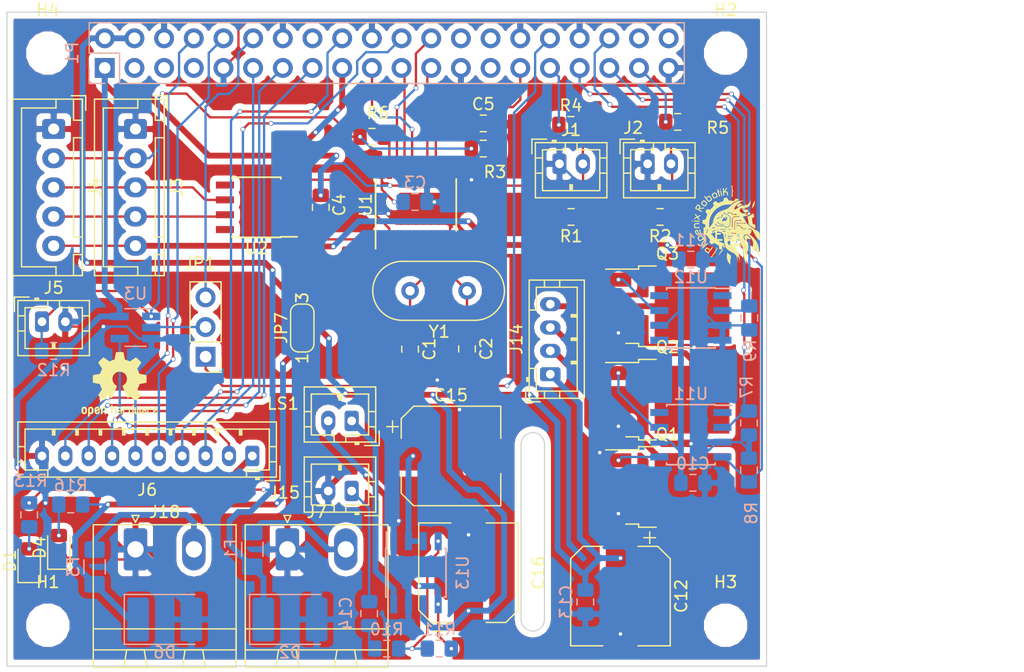
<source format=kicad_pcb>
(kicad_pcb (version 20171130) (host pcbnew "(5.0.0-rc2-30-gcd5f727)")
  (title_block (date "15 nov 2012"))
  (layers (0 F.Cu signal) (31 B.Cu signal) (34 B.Paste user) (35 F.Paste user) (36 B.SilkS user) (37 F.SilkS user) (38 B.Mask user) (39 F.Mask user) (44 Edge.Cuts user))
  (net 0 "")
  (net 1 /GPIO6)
  (net 2 +3V3)
  (net 3 GND)
  (net 4 /GPIO16)
  (net 5 "Net-(R10-Pad1)")
  (net 6 "Net-(C14-Pad1)")
  (net 7 "Net-(LS1-Pad2)")
  (net 8 +5V)
  (net 9 "Net-(D1-Pad2)")
  (net 10 "Net-(D6-Pad1)")
  (net 11 "Net-(D4-Pad2)")
  (net 12 "/GPIO13(PWM1)")
  (net 13 /SWD/GRST)
  (net 14 /GPIO26)
  (net 15 "/GPIO19(SPI1_MISO)")
  (net 16 "Net-(Q3-Pad1)")
  (net 17 "Net-(J14-Pad4)")
  (net 18 "Net-(J14-Pad2)")
  (net 19 "Net-(Q1-Pad1)")
  (net 20 "Net-(Q2-Pad1)")
  (net 21 "Net-(J14-Pad3)")
  (net 22 "/GPIO22(GEN3)")
  (net 23 "Net-(C1-Pad1)")
  (net 24 "Net-(C2-Pad1)")
  (net 25 /GPIO5)
  (net 26 "/GPIO11(SPI0_SCK)")
  (net 27 "/GPIO10(SPI0_MOSI)")
  (net 28 "/GPIO9(SPI0_MISO)")
  (net 29 "/GPIO8(SPI0_CE_N)")
  (net 30 "/GPIO27(GEN2)")
  (net 31 "/GPIO17(GEN0)")
  (net 32 /SWD/nrst)
  (net 33 +7.5V)
  (net 34 "Net-(LS1-Pad1)")
  (net 35 "Net-(C15-Pad1)")
  (net 36 +5VD)
  (net 37 "Net-(F1-Pad1)")
  (net 38 "Net-(F3-Pad1)")
  (net 39 "/GPIO14(TXD0)")
  (net 40 "/GPIO15(RXD0)")
  (net 41 "/GPIO18(GEN1)(PWM0)")
  (net 42 "/GPIO24(GEN5)")
  (net 43 "/GPIO25(GEN6)")
  (net 44 "/GPIO12(PWM0)")
  (net 45 "Net-(C14-Pad2)")
  (net 46 "Net-(J6-Pad2)")
  (net 47 "Net-(J3-Pad4)")
  (net 48 "Net-(U1-Pad1)")
  (net 49 "Net-(U1-Pad2)")
  (net 50 "Net-(J1-Pad2)")
  (net 51 "Net-(J2-Pad2)")
  (net 52 "Net-(J3-Pad3)")
  (net 53 "Net-(R6-Pad1)")
  (module Connector_JST:JST_PH_B10B-PH-K_1x10_P2.00mm_Vertical (layer F.Cu) (at 221 132 180)
    (fp_text reference J6 (at 9 -2.9 180) (layer F.SilkS))
    (fp_text value Conn_01x10)
    (pad 1 thru_hole roundrect (at 0 0 180) (size 1.2 1.75) (drill 0.75) (layers *.Cu *.Mask) (roundrect_rratio 0.208333) (net 2 +3V3))
    (pad 2 thru_hole oval (at 2 0 180) (size 1.2 1.75) (drill 0.75) (layers *.Cu *.Mask) (net 46 "Net-(J6-Pad2)"))
    (pad 3 thru_hole oval (at 4 0 180) (size 1.2 1.75) (drill 0.75) (layers *.Cu *.Mask) (net 42 "/GPIO24(GEN5)"))
    (pad 4 thru_hole oval (at 6 0 180) (size 1.2 1.75) (drill 0.75) (layers *.Cu *.Mask) (net 43 "/GPIO25(GEN6)"))
    (pad 5 thru_hole oval (at 8 0 180) (size 1.2 1.75) (drill 0.75) (layers *.Cu *.Mask) (net 40 "/GPIO15(RXD0)"))
    (pad 6 thru_hole oval (at 10 0 180) (size 1.2 1.75) (drill 0.75) (layers *.Cu *.Mask) (net 39 "/GPIO14(TXD0)"))
    (pad 7 thru_hole oval (at 12 0 180) (size 1.2 1.75) (drill 0.75) (layers *.Cu *.Mask) (net 31 "/GPIO17(GEN0)"))
    (pad 8 thru_hole oval (at 14 0 180) (size 1.2 1.75) (drill 0.75) (layers *.Cu *.Mask) (net 30 "/GPIO27(GEN2)"))
    (pad 9 thru_hole oval (at 16 0 180) (size 1.2 1.75) (drill 0.75) (layers *.Cu *.Mask) (net 22 "/GPIO22(GEN3)"))
    (pad 10 thru_hole oval (at 18 0 180) (size 1.2 1.75) (drill 0.75) (layers *.Cu *.Mask) (net 3 GND))
  )
  (module Resistor_SMD:R_0805_2012Metric_Pad1.15x1.40mm_HandSolder (layer F.Cu) (at 257.404 103.391 180)
    (fp_text reference R5 (at -3.429 -0.508 180) (layer F.SilkS))
    (fp_text value R)
    (pad 2 smd roundrect (at 1.025 0 180) (size 1.15 1.4) (layers F.Cu F.Paste F.Mask) (roundrect_rratio 0.217391) (net 14 /GPIO26))
    (pad 1 smd roundrect (at -1.025 0 180) (size 1.15 1.4) (layers F.Cu F.Paste F.Mask) (roundrect_rratio 0.217391) (net 51 "Net-(J2-Pad2)"))
  )
  (module Resistor_SMD:R_0805_2012Metric_Pad1.15x1.40mm_HandSolder (layer F.Cu) (at 248.26 103.645)
    (fp_text reference R4 (at 0 -1.65) (layer F.SilkS))
    (fp_text value R)
    (pad 1 smd roundrect (at -1.025 0) (size 1.15 1.4) (layers F.Cu F.Paste F.Mask) (roundrect_rratio 0.217391) (net 1 /GPIO6))
    (pad 2 smd roundrect (at 1.025 0) (size 1.15 1.4) (layers F.Cu F.Paste F.Mask) (roundrect_rratio 0.217391) (net 50 "Net-(J1-Pad2)"))
  )
  (module Connector_Phoenix_MSTB:PhoenixContact_MSTBA_2,5_2-G_1x02_P5.00mm_Horizontal (layer F.Cu) (at 224 140)
    (fp_text reference J7 (at 2.5 -3.2) (layer F.SilkS))
    (fp_text value alim_5V)
    (pad 1 thru_hole roundrect (at 0 0) (size 2 3.6) (drill 1.4) (layers *.Cu *.Mask) (roundrect_rratio 0.125) (net 3 GND))
    (pad 2 thru_hole oval (at 5 0) (size 2 3.6) (drill 1.4) (layers *.Cu *.Mask) (net 37 "Net-(F1-Pad1)"))
  )
  (module Diode_SMD:D_2114_3652Metric_Pad1.85x3.75mm_HandSolder (layer B.Cu) (at 224.225 146)
    (fp_text reference D2 (at 0 2.82) (layer B.SilkS) (effects (justify mirror)))
    (fp_text value D)
    (pad 1 smd roundrect (at -2.275 0) (size 1.85 3.75) (layers B.Cu B.Paste B.Mask) (roundrect_rratio 0.135135) (net 8 +5V))
    (pad 2 smd roundrect (at 2.275 0) (size 1.85 3.75) (layers B.Cu B.Paste B.Mask) (roundrect_rratio 0.135135) (net 3 GND))
  )
  (module Fuse:Fuse_1206_3216Metric_Pad1.42x1.75mm_HandSolder (layer B.Cu) (at 221 140 270)
    (fp_text reference F1 (at 0 1.82 270) (layer B.SilkS) (effects (justify mirror)))
    (fp_text value Fuse)
    (pad 1 smd roundrect (at -1.4875 0 270) (size 1.425 1.75) (layers B.Cu B.Paste B.Mask) (roundrect_rratio 0.175439) (net 37 "Net-(F1-Pad1)"))
    (pad 2 smd roundrect (at 1.4875 0 270) (size 1.425 1.75) (layers B.Cu B.Paste B.Mask) (roundrect_rratio 0.175439) (net 8 +5V))
  )
  (module LED_SMD:LED_0805_2012Metric_Pad1.15x1.40mm_HandSolder (layer F.Cu) (at 201.905 140.983 90)
    (fp_text reference D1 (at 0 -1.65 90) (layer F.SilkS))
    (fp_text value LED)
    (pad 1 smd roundrect (at -1.025 0 90) (size 1.15 1.4) (layers F.Cu F.Paste F.Mask) (roundrect_rratio 0.217391) (net 3 GND))
    (pad 2 smd roundrect (at 1.025 0 90) (size 1.15 1.4) (layers F.Cu F.Paste F.Mask) (roundrect_rratio 0.217391) (net 9 "Net-(D1-Pad2)"))
  )
  (module Resistor_SMD:R_0805_2012Metric_Pad1.15x1.40mm_HandSolder (layer B.Cu) (at 201.905 137.046 270)
    (fp_text reference R13 (at -2.921 -0.127) (layer B.SilkS) (effects (justify mirror)))
    (fp_text value R)
    (pad 1 smd roundrect (at -1.025 0 270) (size 1.15 1.4) (layers B.Cu B.Paste B.Mask) (roundrect_rratio 0.217391) (net 8 +5V))
    (pad 2 smd roundrect (at 1.025 0 270) (size 1.15 1.4) (layers B.Cu B.Paste B.Mask) (roundrect_rratio 0.217391) (net 9 "Net-(D1-Pad2)"))
  )
  (module Connector_JST:JST_XH_B05B-XH-A_1x05_P2.50mm_Vertical (layer F.Cu) (at 211 104 270)
    (fp_text reference J3 (at 5 -3.55 270) (layer F.SilkS))
    (fp_text value CAN_conn)
    (pad 5 thru_hole oval (at 10 0 270) (size 1.7 1.95) (drill 0.95) (layers *.Cu *.Mask) (net 33 +7.5V))
    (pad 4 thru_hole oval (at 7.5 0 270) (size 1.7 1.95) (drill 0.95) (layers *.Cu *.Mask) (net 47 "Net-(J3-Pad4)"))
    (pad 3 thru_hole oval (at 5 0 270) (size 1.7 1.95) (drill 0.95) (layers *.Cu *.Mask) (net 52 "Net-(J3-Pad3)"))
    (pad 2 thru_hole oval (at 2.5 0 270) (size 1.7 1.95) (drill 0.95) (layers *.Cu *.Mask) (net 13 /SWD/GRST))
    (pad 1 thru_hole roundrect (at 0 0 270) (size 1.7 1.95) (drill 0.95) (layers *.Cu *.Mask) (roundrect_rratio 0.147059) (net 3 GND))
  )
  (module Connector_JST:JST_XH_B05B-XH-A_1x05_P2.50mm_Vertical (layer F.Cu) (at 204 104 270)
    (fp_text reference J4 (at 5 -3.55 270) (layer F.SilkS))
    (fp_text value CAN_conn)
    (pad 1 thru_hole roundrect (at 0 0 270) (size 1.7 1.95) (drill 0.95) (layers *.Cu *.Mask) (roundrect_rratio 0.147059) (net 3 GND))
    (pad 2 thru_hole oval (at 2.5 0 270) (size 1.7 1.95) (drill 0.95) (layers *.Cu *.Mask) (net 13 /SWD/GRST))
    (pad 3 thru_hole oval (at 5 0 270) (size 1.7 1.95) (drill 0.95) (layers *.Cu *.Mask) (net 52 "Net-(J3-Pad3)"))
    (pad 4 thru_hole oval (at 7.5 0 270) (size 1.7 1.95) (drill 0.95) (layers *.Cu *.Mask) (net 47 "Net-(J3-Pad4)"))
    (pad 5 thru_hole oval (at 10 0 270) (size 1.7 1.95) (drill 0.95) (layers *.Cu *.Mask) (net 33 +7.5V))
  )
  (module Connector_JST:JST_PH_B2B-PH-K_1x02_P2.00mm_Vertical (layer F.Cu) (at 203 120.5)
    (fp_text reference J5 (at 1 -2.9) (layer F.SilkS))
    (fp_text value Conn_01x02)
    (pad 1 thru_hole roundrect (at 0 0) (size 1.2 1.75) (drill 0.75) (layers *.Cu *.Mask) (roundrect_rratio 0.208333) (net 13 /SWD/GRST))
    (pad 2 thru_hole oval (at 2 0) (size 1.2 1.75) (drill 0.75) (layers *.Cu *.Mask) (net 3 GND))
  )
  (module Package_TO_SOT_SMD:SOT-23-5_HandSoldering (layer B.Cu) (at 211 121 180)
    (fp_text reference U3 (at 0 2.9 180) (layer B.SilkS) (effects (justify mirror)))
    (fp_text value SN74AHC1G08)
    (pad 1 smd rect (at -1.35 0.95 180) (size 1.56 0.65) (layers B.Cu B.Paste B.Mask) (net 13 /SWD/GRST))
    (pad 2 smd rect (at -1.35 0 180) (size 1.56 0.65) (layers B.Cu B.Paste B.Mask) (net 32 /SWD/nrst))
    (pad 3 smd rect (at -1.35 -0.95 180) (size 1.56 0.65) (layers B.Cu B.Paste B.Mask) (net 3 GND))
    (pad 4 smd rect (at 1.35 -0.95 180) (size 1.56 0.65) (layers B.Cu B.Paste B.Mask) (net 46 "Net-(J6-Pad2)"))
    (pad 5 smd rect (at 1.35 0.95 180) (size 1.56 0.65) (layers B.Cu B.Paste B.Mask) (net 2 +3V3))
  )
  (module Resistor_SMD:R_0805_2012Metric_Pad1.15x1.40mm_HandSolder (layer B.Cu) (at 204 123)
    (fp_text reference R12 (at 0 1.65) (layer B.SilkS) (effects (justify mirror)))
    (fp_text value R)
    (pad 1 smd roundrect (at -1.025 0) (size 1.15 1.4) (layers B.Cu B.Paste B.Mask) (roundrect_rratio 0.217391) (net 13 /SWD/GRST))
    (pad 2 smd roundrect (at 1.025 0) (size 1.15 1.4) (layers B.Cu B.Paste B.Mask) (roundrect_rratio 0.217391) (net 2 +3V3))
  )
  (module MountingHole:MountingHole_2.7mm_M2.5 (layer F.Cu) (at 261.5 146.5)
    (fp_text reference H3 (at 0 -3.7) (layer F.SilkS))
    (fp_text value MountingHole)
    (pad 1 np_thru_hole circle (at 0 0) (size 2.7 2.7) (drill 2.7) (layers *.Cu *.Mask))
  )
  (module MountingHole:MountingHole_2.7mm_M2.5 (layer F.Cu) (at 261.5 97.5)
    (fp_text reference H2 (at 0 -3.7) (layer F.SilkS))
    (fp_text value MountingHole)
    (pad 1 np_thru_hole circle (at 0 0) (size 2.7 2.7) (drill 2.7) (layers *.Cu *.Mask))
  )
  (module MountingHole:MountingHole_2.7mm_M2.5 (layer F.Cu) (at 203.5 146.5)
    (fp_text reference H1 (at 0 -3.7) (layer F.SilkS))
    (fp_text value MountingHole)
    (pad 1 np_thru_hole circle (at 0 0) (size 2.7 2.7) (drill 2.7) (layers *.Cu *.Mask))
  )
  (module MountingHole:MountingHole_2.7mm_M2.5 (layer F.Cu) (at 203.5 97.5)
    (fp_text reference H4 (at 0 -3.7) (layer F.SilkS))
    (fp_text value MountingHole)
    (pad 1 np_thru_hole circle (at 0 0) (size 2.7 2.7) (drill 2.7) (layers *.Cu *.Mask))
  )
  (module Capacitor_SMD:CP_Elec_8x10 (layer F.Cu) (at 239.5 142 90)
    (fp_text reference C16 (at 0 6 90) (layer F.SilkS))
    (fp_text value 1u)
    (pad 1 smd rect (at -3.25 0 90) (size 3.5 2.5) (layers F.Cu F.Paste F.Mask) (net 36 +5VD))
    (pad 2 smd rect (at 3.25 0 90) (size 3.5 2.5) (layers F.Cu F.Paste F.Mask) (net 3 GND))
  )
  (module Capacitor_SMD:CP_Elec_8x10 (layer F.Cu) (at 238 132)
    (fp_text reference C15 (at 0 -5.2) (layer F.SilkS))
    (fp_text value 1u)
    (pad 2 smd rect (at 3.25 0) (size 3.5 2.5) (layers F.Cu F.Paste F.Mask) (net 3 GND))
    (pad 1 smd rect (at -3.25 0) (size 3.5 2.5) (layers F.Cu F.Paste F.Mask) (net 35 "Net-(C15-Pad1)"))
  )
  (module Capacitor_SMD:CP_Elec_8x10 (layer F.Cu) (at 252.5 144 270)
    (fp_text reference C12 (at 0 -5.2 270) (layer F.SilkS))
    (fp_text value 10µ)
    (pad 1 smd rect (at -3.25 0 270) (size 3.5 2.5) (layers F.Cu F.Paste F.Mask) (net 36 +5VD))
    (pad 2 smd rect (at 3.25 0 270) (size 3.5 2.5) (layers F.Cu F.Paste F.Mask) (net 3 GND))
  )
  (module Capacitor_SMD:C_0805_2012Metric_Pad1.15x1.40mm_HandSolder (layer F.Cu) (at 239.37 122.831 270)
    (fp_text reference C2 (at 0 -1.65 270) (layer F.SilkS))
    (fp_text value C)
    (pad 1 smd roundrect (at -1.025 0 270) (size 1.15 1.4) (layers F.Cu F.Paste F.Mask) (roundrect_rratio 0.217391) (net 24 "Net-(C2-Pad1)"))
    (pad 2 smd roundrect (at 1.025 0 270) (size 1.15 1.4) (layers F.Cu F.Paste F.Mask) (roundrect_rratio 0.217391) (net 3 GND))
  )
  (module Capacitor_SMD:C_0805_2012Metric_Pad1.15x1.40mm_HandSolder (layer B.Cu) (at 234.925 110.249 180)
    (fp_text reference C3 (at 0 1.65 180) (layer B.SilkS) (effects (justify mirror)))
    (fp_text value C)
    (pad 2 smd roundrect (at 1.025 0 180) (size 1.15 1.4) (layers B.Cu B.Paste B.Mask) (roundrect_rratio 0.217391) (net 2 +3V3))
    (pad 1 smd roundrect (at -1.025 0 180) (size 1.15 1.4) (layers B.Cu B.Paste B.Mask) (roundrect_rratio 0.217391) (net 3 GND))
  )
  (module Capacitor_SMD:C_0805_2012Metric_Pad1.15x1.40mm_HandSolder (layer F.Cu) (at 226.857 110.706 90)
    (fp_text reference C4 (at 0.203 1.591 90) (layer F.SilkS))
    (fp_text value C)
    (pad 1 smd roundrect (at -1.025 0 90) (size 1.15 1.4) (layers F.Cu F.Paste F.Mask) (roundrect_rratio 0.217391) (net 3 GND))
    (pad 2 smd roundrect (at 1.025 0 90) (size 1.15 1.4) (layers F.Cu F.Paste F.Mask) (roundrect_rratio 0.217391) (net 2 +3V3))
  )
  (module Capacitor_SMD:C_0805_2012Metric_Pad1.15x1.40mm_HandSolder (layer B.Cu) (at 258.7 134.3 180)
    (fp_text reference C10 (at 0 1.65 180) (layer B.SilkS) (effects (justify mirror)))
    (fp_text value C)
    (pad 2 smd roundrect (at 1.025 0 180) (size 1.15 1.4) (layers B.Cu B.Paste B.Mask) (roundrect_rratio 0.217391) (net 33 +7.5V))
    (pad 1 smd roundrect (at -1.025 0 180) (size 1.15 1.4) (layers B.Cu B.Paste B.Mask) (roundrect_rratio 0.217391) (net 3 GND))
  )
  (module Capacitor_SMD:C_0805_2012Metric_Pad1.15x1.40mm_HandSolder (layer B.Cu) (at 258.53 115.18 180)
    (fp_text reference C11 (at 0 1.65 180) (layer B.SilkS) (effects (justify mirror)))
    (fp_text value C)
    (pad 1 smd roundrect (at -1.025 0 180) (size 1.15 1.4) (layers B.Cu B.Paste B.Mask) (roundrect_rratio 0.217391) (net 3 GND))
    (pad 2 smd roundrect (at 1.025 0 180) (size 1.15 1.4) (layers B.Cu B.Paste B.Mask) (roundrect_rratio 0.217391) (net 33 +7.5V))
  )
  (module Capacitor_SMD:C_0805_2012Metric_Pad1.15x1.40mm_HandSolder (layer B.Cu) (at 249.5 144.5 270)
    (fp_text reference C13 (at 0 1.65 270) (layer B.SilkS) (effects (justify mirror)))
    (fp_text value 100n)
    (pad 2 smd roundrect (at 1.025 0 270) (size 1.15 1.4) (layers B.Cu B.Paste B.Mask) (roundrect_rratio 0.217391) (net 3 GND))
    (pad 1 smd roundrect (at -1.025 0 270) (size 1.15 1.4) (layers B.Cu B.Paste B.Mask) (roundrect_rratio 0.217391) (net 36 +5VD))
  )
  (module Capacitor_SMD:C_0805_2012Metric_Pad1.15x1.40mm_HandSolder (layer B.Cu) (at 231 145.5 90)
    (fp_text reference C14 (at 0 -2 90) (layer B.SilkS) (effects (justify mirror)))
    (fp_text value 0,39u)
    (pad 1 smd roundrect (at -1.025 0 90) (size 1.15 1.4) (layers B.Cu B.Paste B.Mask) (roundrect_rratio 0.217391) (net 6 "Net-(C14-Pad1)"))
    (pad 2 smd roundrect (at 1.025 0 90) (size 1.15 1.4) (layers B.Cu B.Paste B.Mask) (roundrect_rratio 0.217391) (net 45 "Net-(C14-Pad2)"))
  )
  (module Capacitor_SMD:C_0805_2012Metric_Pad1.15x1.40mm_HandSolder (layer F.Cu) (at 234.5 122.857 270)
    (fp_text reference C1 (at 0 -1.65 270) (layer F.SilkS))
    (fp_text value C)
    (pad 2 smd roundrect (at 1.025 0 270) (size 1.15 1.4) (layers F.Cu F.Paste F.Mask) (roundrect_rratio 0.217391) (net 3 GND))
    (pad 1 smd roundrect (at -1.025 0 270) (size 1.15 1.4) (layers F.Cu F.Paste F.Mask) (roundrect_rratio 0.217391) (net 23 "Net-(C1-Pad1)"))
  )
  (module Connector_JST:JST_PH_B2B-PH-K_1x02_P2.00mm_Vertical (layer F.Cu) (at 254.82819 106.9795)
    (fp_text reference J2 (at -1.23419 -3.0805) (layer F.SilkS))
    (fp_text value Conn_start)
    (pad 1 thru_hole roundrect (at 0 0) (size 1.2 1.75) (drill 0.75) (layers *.Cu *.Mask) (roundrect_rratio 0.208333) (net 3 GND))
    (pad 2 thru_hole oval (at 2 0) (size 1.2 1.75) (drill 0.75) (layers *.Cu *.Mask) (net 51 "Net-(J2-Pad2)"))
  )
  (module Connector_JST:JST_PH_B2B-PH-K_1x02_P2.00mm_Vertical (layer F.Cu) (at 247.283001 106.9795)
    (fp_text reference J1 (at 1 -2.9) (layer F.SilkS))
    (fp_text value Conn_sel)
    (pad 2 thru_hole oval (at 2 0) (size 1.2 1.75) (drill 0.75) (layers *.Cu *.Mask) (net 50 "Net-(J1-Pad2)"))
    (pad 1 thru_hole roundrect (at 0 0) (size 1.2 1.75) (drill 0.75) (layers *.Cu *.Mask) (roundrect_rratio 0.208333) (net 3 GND))
  )
  (module Connector_JST:JST_PH_B2B-PH-K_1x02_P2.00mm_Vertical (layer F.Cu) (at 229.5 129 180)
    (fp_text reference LS1 (at 5.878 1.479 180) (layer F.SilkS))
    (fp_text value Speaker)
    (pad 1 thru_hole roundrect (at 0 0 180) (size 1.2 1.75) (drill 0.75) (layers *.Cu *.Mask) (roundrect_rratio 0.208333) (net 34 "Net-(LS1-Pad1)"))
    (pad 2 thru_hole oval (at 2 0 180) (size 1.2 1.75) (drill 0.75) (layers *.Cu *.Mask) (net 7 "Net-(LS1-Pad2)"))
  )
  (module Connector_JST:JST_PH_B2B-PH-K_1x02_P2.00mm_Vertical (layer F.Cu) (at 229.5 135 180)
    (fp_text reference J15 (at 5.751 -0.141 180) (layer F.SilkS))
    (fp_text value Audio_input)
    (pad 1 thru_hole roundrect (at 0 0 180) (size 1.2 1.75) (drill 0.75) (layers *.Cu *.Mask) (roundrect_rratio 0.208333) (net 45 "Net-(C14-Pad2)"))
    (pad 2 thru_hole oval (at 2 0 180) (size 1.2 1.75) (drill 0.75) (layers *.Cu *.Mask) (net 3 GND))
  )
  (module Connector_JST:JST_PH_B4B-PH-K_1x04_P2.00mm_Vertical (layer F.Cu) (at 246.5 125 90)
    (fp_text reference J14 (at 3 -2.9 90) (layer F.SilkS))
    (fp_text value Conn_LEDs)
    (pad 1 thru_hole roundrect (at 0 0 90) (size 1.2 1.75) (drill 0.75) (layers *.Cu *.Mask) (roundrect_rratio 0.208333) (net 36 +5VD))
    (pad 2 thru_hole oval (at 2 0 90) (size 1.2 1.75) (drill 0.75) (layers *.Cu *.Mask) (net 18 "Net-(J14-Pad2)"))
    (pad 3 thru_hole oval (at 4 0 90) (size 1.2 1.75) (drill 0.75) (layers *.Cu *.Mask) (net 21 "Net-(J14-Pad3)"))
    (pad 4 thru_hole oval (at 6 0 90) (size 1.2 1.75) (drill 0.75) (layers *.Cu *.Mask) (net 17 "Net-(J14-Pad4)"))
  )
  (module Connector_Phoenix_MSTB:PhoenixContact_MSTBA_2,5_2-G_1x02_P5.00mm_Horizontal (layer F.Cu) (at 211 140)
    (fp_text reference J18 (at 2.5 -3.2) (layer F.SilkS))
    (fp_text value alim_jacky)
    (pad 2 thru_hole oval (at 5 0) (size 2 3.6) (drill 1.4) (layers *.Cu *.Mask) (net 38 "Net-(F3-Pad1)"))
    (pad 1 thru_hole roundrect (at 0 0) (size 2 3.6) (drill 1.4) (layers *.Cu *.Mask) (roundrect_rratio 0.125) (net 3 GND))
  )
  (module Connector_PinHeader_2.54mm:PinHeader_1x03_P2.54mm_Vertical (layer F.Cu) (at 217 123.5 180)
    (fp_text reference JP1 (at 0.5 8 180) (layer F.SilkS))
    (fp_text value reset_method)
    (pad 1 thru_hole rect (at 0 0 180) (size 1.7 1.7) (drill 1) (layers *.Cu *.Mask) (net 44 "/GPIO12(PWM0)"))
    (pad 2 thru_hole oval (at 0 2.54 180) (size 1.7 1.7) (drill 1) (layers *.Cu *.Mask) (net 32 /SWD/nrst))
    (pad 3 thru_hole oval (at 0 5.08 180) (size 1.7 1.7) (drill 1) (layers *.Cu *.Mask) (net 41 "/GPIO18(GEN1)(PWM0)"))
  )
  (module Connector_PinSocket_2.54mm:PinSocket_2x20_P2.54mm_Vertical (layer B.Cu) (at 208.37 98.77 270)
    (fp_text reference P1 (at -1.27 2.77 270) (layer B.SilkS) (effects (justify mirror)))
    (fp_text value Conn_02x20_Odd_Even)
    (pad 1 thru_hole rect (at 0 0 270) (size 1.7 1.7) (drill 1) (layers *.Cu *.Mask) (net 2 +3V3))
    (pad 2 thru_hole oval (at -2.54 0 270) (size 1.7 1.7) (drill 1) (layers *.Cu *.Mask) (net 8 +5V))
    (pad 3 thru_hole oval (at 0 -2.54 270) (size 1.7 1.7) (drill 1) (layers *.Cu *.Mask))
    (pad 4 thru_hole oval (at -2.54 -2.54 270) (size 1.7 1.7) (drill 1) (layers *.Cu *.Mask) (net 8 +5V))
    (pad 5 thru_hole oval (at 0 -5.08 270) (size 1.7 1.7) (drill 1) (layers *.Cu *.Mask))
    (pad 6 thru_hole oval (at -2.54 -5.08 270) (size 1.7 1.7) (drill 1) (layers *.Cu *.Mask) (net 3 GND))
    (pad 7 thru_hole oval (at 0 -7.62 270) (size 1.7 1.7) (drill 1) (layers *.Cu *.Mask))
    (pad 8 thru_hole oval (at -2.54 -7.62 270) (size 1.7 1.7) (drill 1) (layers *.Cu *.Mask) (net 39 "/GPIO14(TXD0)"))
    (pad 9 thru_hole oval (at 0 -10.16 270) (size 1.7 1.7) (drill 1) (layers *.Cu *.Mask) (net 3 GND))
    (pad 10 thru_hole oval (at -2.54 -10.16 270) (size 1.7 1.7) (drill 1) (layers *.Cu *.Mask) (net 40 "/GPIO15(RXD0)"))
    (pad 11 thru_hole oval (at 0 -12.7 270) (size 1.7 1.7) (drill 1) (layers *.Cu *.Mask) (net 31 "/GPIO17(GEN0)"))
    (pad 12 thru_hole oval (at -2.54 -12.7 270) (size 1.7 1.7) (drill 1) (layers *.Cu *.Mask) (net 41 "/GPIO18(GEN1)(PWM0)"))
    (pad 13 thru_hole oval (at 0 -15.24 270) (size 1.7 1.7) (drill 1) (layers *.Cu *.Mask) (net 30 "/GPIO27(GEN2)"))
    (pad 14 thru_hole oval (at -2.54 -15.24 270) (size 1.7 1.7) (drill 1) (layers *.Cu *.Mask) (net 3 GND))
    (pad 15 thru_hole oval (at 0 -17.78 270) (size 1.7 1.7) (drill 1) (layers *.Cu *.Mask) (net 22 "/GPIO22(GEN3)"))
    (pad 16 thru_hole oval (at -2.54 -17.78 270) (size 1.7 1.7) (drill 1) (layers *.Cu *.Mask))
    (pad 17 thru_hole oval (at 0 -20.32 270) (size 1.7 1.7) (drill 1) (layers *.Cu *.Mask) (net 2 +3V3))
    (pad 18 thru_hole oval (at -2.54 -20.32 270) (size 1.7 1.7) (drill 1) (layers *.Cu *.Mask) (net 42 "/GPIO24(GEN5)"))
    (pad 19 thru_hole oval (at 0 -22.86 270) (size 1.7 1.7) (drill 1) (layers *.Cu *.Mask) (net 27 "/GPIO10(SPI0_MOSI)"))
    (pad 20 thru_hole oval (at -2.54 -22.86 270) (size 1.7 1.7) (drill 1) (layers *.Cu *.Mask) (net 3 GND))
    (pad 21 thru_hole oval (at 0 -25.4 270) (size 1.7 1.7) (drill 1) (layers *.Cu *.Mask) (net 28 "/GPIO9(SPI0_MISO)"))
    (pad 22 thru_hole oval (at -2.54 -25.4 270) (size 1.7 1.7) (drill 1) (layers *.Cu *.Mask) (net 43 "/GPIO25(GEN6)"))
    (pad 23 thru_hole oval (at 0 -27.94 270) (size 1.7 1.7) (drill 1) (layers *.Cu *.Mask) (net 26 "/GPIO11(SPI0_SCK)"))
    (pad 24 thru_hole oval (at -2.54 -27.94 270) (size 1.7 1.7) (drill 1) (layers *.Cu *.Mask) (net 29 "/GPIO8(SPI0_CE_N)"))
    (pad 25 thru_hole oval (at 0 -30.48 270) (size 1.7 1.7) (drill 1) (layers *.Cu *.Mask) (net 3 GND))
    (pad 26 thru_hole oval (at -2.54 -30.48 270) (size 1.7 1.7) (drill 1) (layers *.Cu *.Mask))
    (pad 27 thru_hole oval (at 0 -33.02 270) (size 1.7 1.7) (drill 1) (layers *.Cu *.Mask))
    (pad 28 thru_hole oval (at -2.54 -33.02 270) (size 1.7 1.7) (drill 1) (layers *.Cu *.Mask))
    (pad 29 thru_hole oval (at 0 -35.56 270) (size 1.7 1.7) (drill 1) (layers *.Cu *.Mask) (net 25 /GPIO5))
    (pad 30 thru_hole oval (at -2.54 -35.56 270) (size 1.7 1.7) (drill 1) (layers *.Cu *.Mask) (net 3 GND))
    (pad 31 thru_hole oval (at 0 -38.1 270) (size 1.7 1.7) (drill 1) (layers *.Cu *.Mask) (net 1 /GPIO6))
    (pad 32 thru_hole oval (at -2.54 -38.1 270) (size 1.7 1.7) (drill 1) (layers *.Cu *.Mask) (net 44 "/GPIO12(PWM0)"))
    (pad 33 thru_hole oval (at 0 -40.64 270) (size 1.7 1.7) (drill 1) (layers *.Cu *.Mask) (net 12 "/GPIO13(PWM1)"))
    (pad 34 thru_hole oval (at -2.54 -40.64 270) (size 1.7 1.7) (drill 1) (layers *.Cu *.Mask) (net 3 GND))
    (pad 35 thru_hole oval (at 0 -43.18 270) (size 1.7 1.7) (drill 1) (layers *.Cu *.Mask) (net 15 "/GPIO19(SPI1_MISO)"))
    (pad 36 thru_hole oval (at -2.54 -43.18 270) (size 1.7 1.7) (drill 1) (layers *.Cu *.Mask) (net 4 /GPIO16))
    (pad 37 thru_hole oval (at 0 -45.72 270) (size 1.7 1.7) (drill 1) (layers *.Cu *.Mask) (net 14 /GPIO26))
    (pad 38 thru_hole oval (at -2.54 -45.72 270) (size 1.7 1.7) (drill 1) (layers *.Cu *.Mask))
    (pad 39 thru_hole oval (at 0 -48.26 270) (size 1.7 1.7) (drill 1) (layers *.Cu *.Mask) (net 3 GND))
    (pad 40 thru_hole oval (at -2.54 -48.26 270) (size 1.7 1.7) (drill 1) (layers *.Cu *.Mask))
  )
  (module Crystal:Crystal_HC49-U_Vertical (layer F.Cu) (at 234.5 117.857)
    (fp_text reference Y1 (at 2.5 3.5) (layer F.SilkS))
    (fp_text value Crystal_8MHz)
    (pad 1 thru_hole circle (at 0 0) (size 1.5 1.5) (drill 0.8) (layers *.Cu *.Mask) (net 23 "Net-(C1-Pad1)"))
    (pad 2 thru_hole circle (at 4.88 0) (size 1.5 1.5) (drill 0.8) (layers *.Cu *.Mask) (net 24 "Net-(C2-Pad1)"))
  )
  (module Diode_SMD:D_2114_3652Metric_Pad1.85x3.75mm_HandSolder (layer B.Cu) (at 213.5 146)
    (fp_text reference D6 (at 0 2.82) (layer B.SilkS) (effects (justify mirror)))
    (fp_text value D)
    (pad 1 smd roundrect (at -2.275 0) (size 1.85 3.75) (layers B.Cu B.Paste B.Mask) (roundrect_rratio 0.135135) (net 10 "Net-(D6-Pad1)"))
    (pad 2 smd roundrect (at 2.275 0) (size 1.85 3.75) (layers B.Cu B.Paste B.Mask) (roundrect_rratio 0.135135) (net 3 GND))
  )
  (module Fuse:Fuse_1206_3216Metric_Pad1.42x1.75mm_HandSolder (layer B.Cu) (at 207.5 141.5 270)
    (fp_text reference F3 (at 0 1.82 270) (layer B.SilkS) (effects (justify mirror)))
    (fp_text value Fuse)
    (pad 2 smd roundrect (at 1.4875 0 270) (size 1.425 1.75) (layers B.Cu B.Paste B.Mask) (roundrect_rratio 0.175439) (net 10 "Net-(D6-Pad1)"))
    (pad 1 smd roundrect (at -1.4875 0 270) (size 1.425 1.75) (layers B.Cu B.Paste B.Mask) (roundrect_rratio 0.175439) (net 38 "Net-(F3-Pad1)"))
  )
  (module Jumper:SolderJumper-3_P1.3mm_Open_RoundedPad1.0x1.5mm_NumberLabels (layer F.Cu) (at 225.273 121.044 90)
    (fp_text reference JP7 (at 0 -1.8 90) (layer F.SilkS))
    (fp_text value Jumper_NC_Dual)
    (fp_text user 3 (at 2.6 0 90) (layer F.SilkS))
    (fp_text user 1 (at -2.6 0 90) (layer F.SilkS))
    (pad 1 smd custom (at -1.3 0 90) (size 1 0.5) (layers F.Cu F.Mask) (net 10 "Net-(D6-Pad1)") (options (clearance outline) (anchor rect)) (primitives (gr_circle (center 0 0.25) (end 0.5 0.25) (width 0)) (gr_circle (center 0 -0.25) (end 0.5 -0.25) (width 0)) (gr_poly (pts (xy 0.55 -0.75) (xy 0 -0.75) (xy 0 0.75) (xy 0.55 0.75)) (width 0))))
    (pad 3 smd custom (at 1.3 0 90) (size 1 0.5) (layers F.Cu F.Mask) (net 8 +5V) (options (clearance outline) (anchor rect)) (primitives (gr_circle (center 0 0.25) (end 0.5 0.25) (width 0)) (gr_circle (center 0 -0.25) (end 0.5 -0.25) (width 0)) (gr_poly (pts (xy -0.55 -0.75) (xy 0 -0.75) (xy 0 0.75) (xy -0.55 0.75)) (width 0))))
    (pad 2 smd rect (at 0 0 90) (size 1 1.5) (layers F.Cu F.Mask) (net 36 +5VD))
  )
  (module LED_SMD:LED_0805_2012Metric_Pad1.15x1.40mm_HandSolder (layer F.Cu) (at 204.445 139.84 90)
    (fp_text reference D4 (at 0 -1.65 90) (layer F.SilkS))
    (fp_text value LED)
    (pad 2 smd roundrect (at 1.025 0 90) (size 1.15 1.4) (layers F.Cu F.Paste F.Mask) (roundrect_rratio 0.217391) (net 11 "Net-(D4-Pad2)"))
    (pad 1 smd roundrect (at -1.025 0 90) (size 1.15 1.4) (layers F.Cu F.Paste F.Mask) (roundrect_rratio 0.217391) (net 3 GND))
  )
  (module Package_SO:SOIC-8_3.9x4.9mm_P1.27mm (layer B.Cu) (at 235 142 270)
    (fp_text reference U13 (at 0 -4 270) (layer B.SilkS) (effects (justify mirror)))
    (fp_text value LM4991)
    (pad 8 smd rect (at 2.7 1.905 270) (size 1.55 0.6) (layers B.Cu B.Paste B.Mask) (net 34 "Net-(LS1-Pad1)"))
    (pad 7 smd rect (at 2.7 0.635 270) (size 1.55 0.6) (layers B.Cu B.Paste B.Mask) (net 3 GND))
    (pad 6 smd rect (at 2.7 -0.635 270) (size 1.55 0.6) (layers B.Cu B.Paste B.Mask) (net 36 +5VD))
    (pad 5 smd rect (at 2.7 -1.905 270) (size 1.55 0.6) (layers B.Cu B.Paste B.Mask) (net 7 "Net-(LS1-Pad2)"))
    (pad 4 smd rect (at -2.7 -1.905 270) (size 1.55 0.6) (layers B.Cu B.Paste B.Mask) (net 5 "Net-(R10-Pad1)"))
    (pad 3 smd rect (at -2.7 -0.635 270) (size 1.55 0.6) (layers B.Cu B.Paste B.Mask) (net 35 "Net-(C15-Pad1)"))
    (pad 2 smd rect (at -2.7 0.635 270) (size 1.55 0.6) (layers B.Cu B.Paste B.Mask) (net 35 "Net-(C15-Pad1)"))
    (pad 1 smd rect (at -2.7 1.905 270) (size 1.55 0.6) (layers B.Cu B.Paste B.Mask) (net 3 GND))
  )
  (module Package_SO:SOIC-8_3.9x4.9mm_P1.27mm (layer B.Cu) (at 258.53 120.18 180)
    (fp_text reference U12 (at 0 3.5 180) (layer B.SilkS) (effects (justify mirror)))
    (fp_text value MC34152)
    (pad 1 smd rect (at -2.7 1.905 180) (size 1.55 0.6) (layers B.Cu B.Paste B.Mask))
    (pad 2 smd rect (at -2.7 0.635 180) (size 1.55 0.6) (layers B.Cu B.Paste B.Mask) (net 12 "/GPIO13(PWM1)"))
    (pad 3 smd rect (at -2.7 -0.635 180) (size 1.55 0.6) (layers B.Cu B.Paste B.Mask) (net 3 GND))
    (pad 4 smd rect (at -2.7 -1.905 180) (size 1.55 0.6) (layers B.Cu B.Paste B.Mask) (net 3 GND))
    (pad 5 smd rect (at 2.7 -1.905 180) (size 1.55 0.6) (layers B.Cu B.Paste B.Mask))
    (pad 6 smd rect (at 2.7 -0.635 180) (size 1.55 0.6) (layers B.Cu B.Paste B.Mask) (net 33 +7.5V))
    (pad 7 smd rect (at 2.7 0.635 180) (size 1.55 0.6) (layers B.Cu B.Paste B.Mask) (net 16 "Net-(Q3-Pad1)"))
    (pad 8 smd rect (at 2.7 1.905 180) (size 1.55 0.6) (layers B.Cu B.Paste B.Mask))
  )
  (module Package_SO:SOIC-8_3.9x4.9mm_P1.27mm (layer B.Cu) (at 258.53 130.18 180)
    (fp_text reference U11 (at 0 3.5 180) (layer B.SilkS) (effects (justify mirror)))
    (fp_text value MC34152)
    (pad 8 smd rect (at 2.7 1.905 180) (size 1.55 0.6) (layers B.Cu B.Paste B.Mask))
    (pad 7 smd rect (at 2.7 0.635 180) (size 1.55 0.6) (layers B.Cu B.Paste B.Mask) (net 20 "Net-(Q2-Pad1)"))
    (pad 6 smd rect (at 2.7 -0.635 180) (size 1.55 0.6) (layers B.Cu B.Paste B.Mask) (net 33 +7.5V))
    (pad 5 smd rect (at 2.7 -1.905 180) (size 1.55 0.6) (layers B.Cu B.Paste B.Mask) (net 19 "Net-(Q1-Pad1)"))
    (pad 4 smd rect (at -2.7 -1.905 180) (size 1.55 0.6) (layers B.Cu B.Paste B.Mask) (net 4 /GPIO16))
    (pad 3 smd rect (at -2.7 -0.635 180) (size 1.55 0.6) (layers B.Cu B.Paste B.Mask) (net 3 GND))
    (pad 2 smd rect (at -2.7 0.635 180) (size 1.55 0.6) (layers B.Cu B.Paste B.Mask) (net 15 "/GPIO19(SPI1_MISO)"))
    (pad 1 smd rect (at -2.7 1.905 180) (size 1.55 0.6) (layers B.Cu B.Paste B.Mask))
  )
  (module Package_SO:SOIC-8_3.9x4.9mm_P1.27mm (layer F.Cu) (at 221.357 110.706 180)
    (fp_text reference U2 (at 0 -3.5 180) (layer F.SilkS))
    (fp_text value TCAN332)
    (pad 1 smd rect (at -2.7 -1.905 180) (size 1.55 0.6) (layers F.Cu F.Paste F.Mask) (net 48 "Net-(U1-Pad1)"))
    (pad 2 smd rect (at -2.7 -0.635 180) (size 1.55 0.6) (layers F.Cu F.Paste F.Mask) (net 3 GND))
    (pad 3 smd rect (at -2.7 0.635 180) (size 1.55 0.6) (layers F.Cu F.Paste F.Mask) (net 2 +3V3))
    (pad 4 smd rect (at -2.7 1.905 180) (size 1.55 0.6) (layers F.Cu F.Paste F.Mask) (net 49 "Net-(U1-Pad2)"))
    (pad 5 smd rect (at 2.7 1.905 180) (size 1.55 0.6) (layers F.Cu F.Paste F.Mask))
    (pad 6 smd rect (at 2.7 0.635 180) (size 1.55 0.6) (layers F.Cu F.Paste F.Mask) (net 52 "Net-(J3-Pad3)"))
    (pad 7 smd rect (at 2.7 -0.635 180) (size 1.55 0.6) (layers F.Cu F.Paste F.Mask) (net 47 "Net-(J3-Pad4)"))
    (pad 8 smd rect (at 2.7 -1.905 180) (size 1.55 0.6) (layers F.Cu F.Paste F.Mask))
  )
  (module Package_SO:TSSOP-20_4.4x6.5mm_P0.65mm (layer F.Cu) (at 235 110.5 90)
    (fp_text reference U1 (at 0 -4.3 90) (layer F.SilkS))
    (fp_text value MCP2515-EST)
    (pad 1 smd rect (at -2.95 -2.925 90) (size 1.45 0.45) (layers F.Cu F.Paste F.Mask) (net 48 "Net-(U1-Pad1)"))
    (pad 2 smd rect (at -2.95 -2.275 90) (size 1.45 0.45) (layers F.Cu F.Paste F.Mask) (net 49 "Net-(U1-Pad2)"))
    (pad 3 smd rect (at -2.95 -1.625 90) (size 1.45 0.45) (layers F.Cu F.Paste F.Mask))
    (pad 4 smd rect (at -2.95 -0.975 90) (size 1.45 0.45) (layers F.Cu F.Paste F.Mask))
    (pad 5 smd rect (at -2.95 -0.325 90) (size 1.45 0.45) (layers F.Cu F.Paste F.Mask))
    (pad 6 smd rect (at -2.95 0.325 90) (size 1.45 0.45) (layers F.Cu F.Paste F.Mask))
    (pad 7 smd rect (at -2.95 0.975 90) (size 1.45 0.45) (layers F.Cu F.Paste F.Mask))
    (pad 8 smd rect (at -2.95 1.625 90) (size 1.45 0.45) (layers F.Cu F.Paste F.Mask) (net 23 "Net-(C1-Pad1)"))
    (pad 9 smd rect (at -2.95 2.275 90) (size 1.45 0.45) (layers F.Cu F.Paste F.Mask) (net 24 "Net-(C2-Pad1)"))
    (pad 10 smd rect (at -2.95 2.925 90) (size 1.45 0.45) (layers F.Cu F.Paste F.Mask) (net 3 GND))
    (pad 11 smd rect (at 2.95 2.925 90) (size 1.45 0.45) (layers F.Cu F.Paste F.Mask))
    (pad 12 smd rect (at 2.95 2.275 90) (size 1.45 0.45) (layers F.Cu F.Paste F.Mask))
    (pad 13 smd rect (at 2.95 1.625 90) (size 1.45 0.45) (layers F.Cu F.Paste F.Mask) (net 25 /GPIO5))
    (pad 14 smd rect (at 2.95 0.975 90) (size 1.45 0.45) (layers F.Cu F.Paste F.Mask) (net 26 "/GPIO11(SPI0_SCK)"))
    (pad 15 smd rect (at 2.95 0.325 90) (size 1.45 0.45) (layers F.Cu F.Paste F.Mask))
    (pad 16 smd rect (at 2.95 -0.325 90) (size 1.45 0.45) (layers F.Cu F.Paste F.Mask) (net 27 "/GPIO10(SPI0_MOSI)"))
    (pad 17 smd rect (at 2.95 -0.975 90) (size 1.45 0.45) (layers F.Cu F.Paste F.Mask) (net 28 "/GPIO9(SPI0_MISO)"))
    (pad 18 smd rect (at 2.95 -1.625 90) (size 1.45 0.45) (layers F.Cu F.Paste F.Mask) (net 29 "/GPIO8(SPI0_CE_N)"))
    (pad 19 smd rect (at 2.95 -2.275 90) (size 1.45 0.45) (layers F.Cu F.Paste F.Mask) (net 53 "Net-(R6-Pad1)"))
    (pad 20 smd rect (at 2.95 -2.925 90) (size 1.45 0.45) (layers F.Cu F.Paste F.Mask) (net 2 +3V3))
  )
  (module Package_TO_SOT_SMD:TO-252-2 (layer F.Cu) (at 256.53 127.18)
    (fp_text reference Q2 (at 0 -4.5) (layer F.SilkS))
    (fp_text value NMOS-T252)
    (pad 1 smd rect (at -4.2 -2.28) (size 2.2 1.2) (layers F.Cu F.Paste F.Mask) (net 20 "Net-(Q2-Pad1)"))
    (pad 3 smd rect (at -4.2 2.28) (size 2.2 1.2) (layers F.Cu F.Paste F.Mask) (net 3 GND))
    (pad 2 smd rect (at 2.1 0) (size 6.4 5.8) (layers F.Cu F.Mask) (net 21 "Net-(J14-Pad3)"))
  )
  (module Package_TO_SOT_SMD:TO-252-2 (layer F.Cu) (at 256.53 134.655)
    (fp_text reference Q1 (at 0 -4.5) (layer F.SilkS))
    (fp_text value NMOS-T252)
    (pad 2 smd rect (at 2.1 0) (size 6.4 5.8) (layers F.Cu F.Mask) (net 18 "Net-(J14-Pad2)"))
    (pad 3 smd rect (at -4.2 2.28) (size 2.2 1.2) (layers F.Cu F.Paste F.Mask) (net 3 GND))
    (pad 1 smd rect (at -4.2 -2.28) (size 2.2 1.2) (layers F.Cu F.Paste F.Mask) (net 19 "Net-(Q1-Pad1)"))
  )
  (module Package_TO_SOT_SMD:TO-252-2 (layer F.Cu) (at 256.53 119.18)
    (fp_text reference Q3 (at 0 -4.5) (layer F.SilkS))
    (fp_text value NMOS-T252)
    (pad 1 smd rect (at -4.2 -2.28) (size 2.2 1.2) (layers F.Cu F.Paste F.Mask) (net 16 "Net-(Q3-Pad1)"))
    (pad 3 smd rect (at -4.2 2.28) (size 2.2 1.2) (layers F.Cu F.Paste F.Mask) (net 3 GND))
    (pad 2 smd rect (at 2.1 0) (size 6.4 5.8) (layers F.Cu F.Mask) (net 17 "Net-(J14-Pad4)"))
  )
  (module Resistor_SMD:R_0805_2012Metric_Pad1.15x1.40mm_HandSolder (layer B.Cu) (at 263.5 129.18 90)
    (fp_text reference R7 (at 3.08 -0.2 90) (layer B.SilkS) (effects (justify mirror)))
    (fp_text value R)
    (pad 2 smd roundrect (at 1.025 0 90) (size 1.15 1.4) (layers B.Cu B.Paste B.Mask) (roundrect_rratio 0.217391) (net 15 "/GPIO19(SPI1_MISO)"))
    (pad 1 smd roundrect (at -1.025 0 90) (size 1.15 1.4) (layers B.Cu B.Paste B.Mask) (roundrect_rratio 0.217391) (net 3 GND))
  )
  (module Resistor_SMD:R_0805_2012Metric_Pad1.15x1.40mm_HandSolder (layer F.Cu) (at 255.897 111.532 180)
    (fp_text reference R2 (at 0 -1.65 180) (layer F.SilkS))
    (fp_text value R)
    (pad 2 smd roundrect (at 1.025 0 180) (size 1.15 1.4) (layers F.Cu F.Paste F.Mask) (roundrect_rratio 0.217391) (net 2 +3V3))
    (pad 1 smd roundrect (at -1.025 0 180) (size 1.15 1.4) (layers F.Cu F.Paste F.Mask) (roundrect_rratio 0.217391) (net 51 "Net-(J2-Pad2)"))
  )
  (module Resistor_SMD:R_0805_2012Metric_Pad1.15x1.40mm_HandSolder (layer F.Cu) (at 240.767 105.677)
    (fp_text reference R3 (at 1 2) (layer F.SilkS))
    (fp_text value R)
    (pad 1 smd roundrect (at -1.025 0) (size 1.15 1.4) (layers F.Cu F.Paste F.Mask) (roundrect_rratio 0.217391) (net 13 /SWD/GRST))
    (pad 2 smd roundrect (at 1.025 0) (size 1.15 1.4) (layers F.Cu F.Paste F.Mask) (roundrect_rratio 0.217391) (net 2 +3V3))
  )
  (module Resistor_SMD:R_0805_2012Metric_Pad1.15x1.40mm_HandSolder (layer B.Cu) (at 263.53 120.18 90)
    (fp_text reference R9 (at -2.82 0.07 90) (layer B.SilkS) (effects (justify mirror)))
    (fp_text value R)
    (pad 1 smd roundrect (at -1.025 0 90) (size 1.15 1.4) (layers B.Cu B.Paste B.Mask) (roundrect_rratio 0.217391) (net 3 GND))
    (pad 2 smd roundrect (at 1.025 0 90) (size 1.15 1.4) (layers B.Cu B.Paste B.Mask) (roundrect_rratio 0.217391) (net 12 "/GPIO13(PWM1)"))
  )
  (module Resistor_SMD:R_0805_2012Metric_Pad1.15x1.40mm_HandSolder (layer B.Cu) (at 205.461 136.157 180)
    (fp_text reference R16 (at 0 1.65 180) (layer B.SilkS) (effects (justify mirror)))
    (fp_text value R)
    (pad 1 smd roundrect (at -1.025 0 180) (size 1.15 1.4) (layers B.Cu B.Paste B.Mask) (roundrect_rratio 0.217391) (net 10 "Net-(D6-Pad1)"))
    (pad 2 smd roundrect (at 1.025 0 180) (size 1.15 1.4) (layers B.Cu B.Paste B.Mask) (roundrect_rratio 0.217391) (net 11 "Net-(D4-Pad2)"))
  )
  (module Resistor_SMD:R_0805_2012Metric_Pad1.15x1.40mm_HandSolder (layer B.Cu) (at 237 148.5 180)
    (fp_text reference R11 (at 0 1.65 180) (layer B.SilkS) (effects (justify mirror)))
    (fp_text value 20k)
    (pad 2 smd roundrect (at 1.025 0 180) (size 1.15 1.4) (layers B.Cu B.Paste B.Mask) (roundrect_rratio 0.217391) (net 5 "Net-(R10-Pad1)"))
    (pad 1 smd roundrect (at -1.025 0 180) (size 1.15 1.4) (layers B.Cu B.Paste B.Mask) (roundrect_rratio 0.217391) (net 7 "Net-(LS1-Pad2)"))
  )
  (module Resistor_SMD:R_0805_2012Metric_Pad1.15x1.40mm_HandSolder (layer B.Cu) (at 232.5 148.5 180)
    (fp_text reference R10 (at 0 1.65 180) (layer B.SilkS) (effects (justify mirror)))
    (fp_text value 20k)
    (pad 1 smd roundrect (at -1.025 0 180) (size 1.15 1.4) (layers B.Cu B.Paste B.Mask) (roundrect_rratio 0.217391) (net 5 "Net-(R10-Pad1)"))
    (pad 2 smd roundrect (at 1.025 0 180) (size 1.15 1.4) (layers B.Cu B.Paste B.Mask) (roundrect_rratio 0.217391) (net 6 "Net-(C14-Pad1)"))
  )
  (module Resistor_SMD:R_0805_2012Metric_Pad1.15x1.40mm_HandSolder (layer B.Cu) (at 263.5 133.2 90)
    (fp_text reference R8 (at -3.7 0.2 90) (layer B.SilkS) (effects (justify mirror)))
    (fp_text value R)
    (pad 2 smd roundrect (at 1.025 0 90) (size 1.15 1.4) (layers B.Cu B.Paste B.Mask) (roundrect_rratio 0.217391) (net 3 GND))
    (pad 1 smd roundrect (at -1.025 0 90) (size 1.15 1.4) (layers B.Cu B.Paste B.Mask) (roundrect_rratio 0.217391) (net 4 /GPIO16))
  )
  (module Resistor_SMD:R_0805_2012Metric_Pad1.15x1.40mm_HandSolder (layer F.Cu) (at 248.278 111.532 180)
    (fp_text reference R1 (at 0 -1.65 180) (layer F.SilkS))
    (fp_text value R)
    (pad 1 smd roundrect (at -1.025 0 180) (size 1.15 1.4) (layers F.Cu F.Paste F.Mask) (roundrect_rratio 0.217391) (net 50 "Net-(J1-Pad2)"))
    (pad 2 smd roundrect (at 1.025 0 180) (size 1.15 1.4) (layers F.Cu F.Paste F.Mask) (roundrect_rratio 0.217391) (net 2 +3V3))
  )
  (module Symbol:OSHW-Logo2_7.3x6mm_SilkScreen (layer F.Cu) (at 209.652 125.87)
    (fp_text reference REF** hide)
    (fp_text value OSHW-Logo2_7.3x6mm_SilkScreen hide)
  )
  (module PhoenixRobotik:Logo_8,5mm (layer F.Cu) (at 261.595 113.043)
    (fp_text reference REF** (at 0 0) (layer F.SilkS))
    (fp_text value Logo_8,5mm hide)
  )
  (module Capacitor_SMD:C_0805_2012Metric_Pad1.15x1.40mm_HandSolder (layer F.Cu) (at 240.767 103.518)
    (fp_text reference C5 (at 0 -1.65) (layer F.SilkS))
    (fp_text value C)
    (pad 1 smd roundrect (at -1.025 0) (size 1.15 1.4) (layers F.Cu F.Paste F.Mask) (roundrect_rratio 0.217391) (net 13 /SWD/GRST))
    (pad 2 smd roundrect (at 1.025 0) (size 1.15 1.4) (layers F.Cu F.Paste F.Mask) (roundrect_rratio 0.217391) (net 3 GND))
  )
  (module Resistor_SMD:R_0805_2012Metric_Pad1.15x1.40mm_HandSolder (layer F.Cu) (at 231.242 104.661 180)
    (fp_text reference R6 (at -0.508 2.032 180) (layer F.SilkS))
    (fp_text value R)
    (pad 1 smd roundrect (at -1.025 0 180) (size 1.15 1.4) (layers F.Cu F.Paste F.Mask) (roundrect_rratio 0.217391) (net 53 "Net-(R6-Pad1)"))
    (pad 2 smd roundrect (at 1.025 0 180) (size 1.15 1.4) (layers F.Cu F.Paste F.Mask) (roundrect_rratio 0.217391) (net 13 /SWD/GRST))
  )
  (gr_arc (start 245 146) (end 244 146) (angle -180) (layer Edge.Cuts) (width 0.1))
  (gr_arc (start 245 131) (end 246 131) (angle -180) (layer Edge.Cuts) (width 0.1))
  (gr_line (start 246 146) (end 246 131) (layer Edge.Cuts) (width 0.1))
  (gr_line (start 244 131) (end 244 146) (layer Edge.Cuts) (width 0.1))
  (gr_line (start 200 150) (end 200 94) (layer Edge.Cuts) (width 0.1))
  (gr_line (start 265 150) (end 200 150) (layer Edge.Cuts) (width 0.1))
  (gr_line (start 265 94) (end 265 150) (layer Edge.Cuts) (width 0.1))
  (gr_line (start 200 94) (end 265 94) (layer Edge.Cuts) (width 0.1))
  (via (at 247.235 103.645) (size 0.4) (drill 0.3) (layers F.Cu B.Cu) (net 1))
  (segment (start 247.235 99.535) (end 246.47 98.77) (width 0.2) (layer B.Cu) (net 1))
  (segment (start 247.235 103.645) (end 247.235 99.535) (width 0.2) (layer B.Cu) (net 1))
  (via (at 233.147 110.249) (size 0.4) (drill 0.3) (layers F.Cu B.Cu) (net 2))
  (segment (start 233.9 110.249) (end 233.147 110.249) (width 0.2) (layer B.Cu) (net 2))
  (segment (start 232.075 109.177) (end 232.075 107.55) (width 0.2) (layer F.Cu) (net 2))
  (segment (start 233.147 110.249) (end 232.075 109.177) (width 0.2) (layer F.Cu) (net 2))
  (segment (start 226.467 110.071) (end 226.857 109.681) (width 0.2) (layer F.Cu) (net 2))
  (segment (start 224.057 110.071) (end 226.467 110.071) (width 0.2) (layer F.Cu) (net 2))
  (via (at 226.857 109.681) (size 0.4) (drill 0.3) (layers F.Cu B.Cu) (net 2))
  (segment (start 226.857 109.681) (end 226.857 107.618) (width 0.5) (layer B.Cu) (net 2))
  (via (at 228.194 106.281) (size 0.4) (drill 0.3) (layers F.Cu B.Cu) (net 2))
  (segment (start 208.37 100.12) (end 208.37 98.77) (width 0.5) (layer F.Cu) (net 2))
  (segment (start 212.242169 101.232) (end 209.482 101.232) (width 0.5) (layer F.Cu) (net 2))
  (segment (start 217.291169 106.281) (end 212.242169 101.232) (width 0.5) (layer F.Cu) (net 2))
  (segment (start 209.482 101.232) (end 208.37 100.12) (width 0.5) (layer F.Cu) (net 2))
  (segment (start 208.37 117.945) (end 208.37 98.77) (width 0.5) (layer B.Cu) (net 2))
  (segment (start 209.65 119.225) (end 208.37 117.945) (width 0.5) (layer B.Cu) (net 2))
  (segment (start 209.65 120.05) (end 209.65 119.225) (width 0.5) (layer B.Cu) (net 2))
  (segment (start 221 132) (end 219.002 133.998) (width 0.5) (layer F.Cu) (net 2))
  (segment (start 201.905 133.998) (end 200.889 132.982) (width 0.5) (layer F.Cu) (net 2))
  (segment (start 219.002 133.998) (end 201.905 133.998) (width 0.5) (layer F.Cu) (net 2))
  (via (at 200.889 132.982) (size 0.4) (drill 0.3) (layers F.Cu B.Cu) (net 2))
  (segment (start 200.889 127.136) (end 205.025 123) (width 0.5) (layer B.Cu) (net 2))
  (segment (start 200.889 132.982) (end 200.889 127.136) (width 0.5) (layer B.Cu) (net 2))
  (segment (start 207.975 120.05) (end 209.65 120.05) (width 0.5) (layer B.Cu) (net 2))
  (segment (start 205.025 123) (end 207.975 120.05) (width 0.5) (layer B.Cu) (net 2))
  (segment (start 254.872 111.532) (end 252.311 111.532) (width 0.2) (layer F.Cu) (net 2))
  (segment (start 252.311 111.532) (end 250.8 113.043) (width 0.2) (layer F.Cu) (net 2))
  (segment (start 248.764 113.043) (end 247.253 111.532) (width 0.2) (layer F.Cu) (net 2))
  (segment (start 250.8 113.043) (end 248.764 113.043) (width 0.2) (layer F.Cu) (net 2))
  (via (at 232.766 108.852) (size 0.4) (drill 0.3) (layers F.Cu B.Cu) (net 2))
  (segment (start 247.253 111.532) (end 244.573 108.852) (width 0.2) (layer F.Cu) (net 2))
  (segment (start 228.86 106.947) (end 227.528 106.947) (width 0.2) (layer B.Cu) (net 2))
  (segment (start 226.857 107.618) (end 227.528 106.947) (width 0.5) (layer B.Cu) (net 2))
  (segment (start 230.765 108.852) (end 228.86 106.947) (width 0.2) (layer B.Cu) (net 2))
  (segment (start 232.766 108.852) (end 230.765 108.852) (width 0.2) (layer B.Cu) (net 2))
  (segment (start 227.528 106.947) (end 228.194 106.281) (width 0.5) (layer B.Cu) (net 2))
  (segment (start 228.69 102.006) (end 228.321 102.375) (width 0.5) (layer F.Cu) (net 2))
  (via (at 228.321 102.375) (size 0.4) (drill 0.3) (layers F.Cu B.Cu) (net 2))
  (segment (start 228.69 98.77) (end 228.69 102.006) (width 0.5) (layer F.Cu) (net 2))
  (via (at 226.416 104.28) (size 0.4) (drill 0.3) (layers F.Cu B.Cu) (net 2))
  (segment (start 228.321 102.375) (end 226.416 104.28) (width 0.5) (layer B.Cu) (net 2))
  (segment (start 224.511 106.185) (end 224.511 106.281) (width 0.5) (layer F.Cu) (net 2))
  (segment (start 224.511 106.281) (end 217.291169 106.281) (width 0.5) (layer F.Cu) (net 2))
  (segment (start 226.416 104.28) (end 224.511 106.185) (width 0.5) (layer F.Cu) (net 2))
  (segment (start 228.194 106.281) (end 224.511 106.281) (width 0.5) (layer F.Cu) (net 2))
  (segment (start 240.905628 106.300372) (end 238.354 108.852) (width 0.2) (layer F.Cu) (net 2))
  (segment (start 241.168628 106.300372) (end 240.905628 106.300372) (width 0.2) (layer F.Cu) (net 2))
  (segment (start 241.792 105.677) (end 241.168628 106.300372) (width 0.2) (layer F.Cu) (net 2))
  (segment (start 244.573 108.852) (end 238.354 108.852) (width 0.2) (layer F.Cu) (net 2))
  (segment (start 238.354 108.852) (end 232.766 108.852) (width 0.2) (layer F.Cu) (net 2))
  (segment (start 232.252001 108.652001) (end 232.075 108.475) (width 0.2) (layer F.Cu) (net 2))
  (segment (start 232.566001 108.652001) (end 232.252001 108.652001) (width 0.2) (layer F.Cu) (net 2))
  (segment (start 232.075 108.475) (end 232.075 107.55) (width 0.2) (layer F.Cu) (net 2))
  (segment (start 232.766 108.852) (end 232.566001 108.652001) (width 0.2) (layer F.Cu) (net 2))
  (via (at 236.576 110.249) (size 0.4) (drill 0.3) (layers F.Cu B.Cu) (net 3))
  (segment (start 235.95 110.249) (end 236.576 110.249) (width 0.2) (layer B.Cu) (net 3))
  (segment (start 237.925 111.598) (end 237.925 113.45) (width 0.2) (layer F.Cu) (net 3))
  (segment (start 236.576 110.249) (end 237.925 111.598) (width 0.2) (layer F.Cu) (net 3))
  (segment (start 226.467 111.341) (end 226.857 111.731) (width 0.2) (layer F.Cu) (net 3))
  (segment (start 224.057 111.341) (end 226.467 111.341) (width 0.2) (layer F.Cu) (net 3))
  (segment (start 239.344 123.882) (end 239.37 123.856) (width 0.2) (layer F.Cu) (net 3))
  (segment (start 204 104) (end 211 104) (width 0.2) (layer F.Cu) (net 3))
  (segment (start 226.5 142.5) (end 224 140) (width 1) (layer B.Cu) (net 3))
  (segment (start 226.5 146) (end 226.5 142.5) (width 1) (layer B.Cu) (net 3))
  (segment (start 215.775 144.775) (end 211 140) (width 1) (layer B.Cu) (net 3))
  (segment (start 215.775 146) (end 215.775 144.775) (width 1) (layer B.Cu) (net 3))
  (segment (start 263.14 120.815) (end 263.53 121.205) (width 0.2) (layer B.Cu) (net 3))
  (segment (start 261.23 120.815) (end 263.14 120.815) (width 0.2) (layer B.Cu) (net 3))
  (segment (start 260.755 120.815) (end 261.23 120.815) (width 0.2) (layer B.Cu) (net 3))
  (segment (start 259.555 119.615) (end 260.755 120.815) (width 0.2) (layer B.Cu) (net 3))
  (segment (start 259.555 115.18) (end 259.555 119.615) (width 0.2) (layer B.Cu) (net 3))
  (segment (start 260.755 130.815) (end 261.23 130.815) (width 0.2) (layer B.Cu) (net 3))
  (segment (start 259.725 131.845) (end 260.755 130.815) (width 0.2) (layer B.Cu) (net 3))
  (segment (start 259.725 134.3) (end 259.725 131.845) (width 0.2) (layer B.Cu) (net 3))
  (segment (start 261.23 130.815) (end 262.815 130.815) (width 0.2) (layer B.Cu) (net 3))
  (segment (start 263.5 131.5) (end 263.5 132.175) (width 0.2) (layer B.Cu) (net 3))
  (segment (start 262.815 130.815) (end 263.5 131.5) (width 0.2) (layer B.Cu) (net 3))
  (segment (start 263.5 130.205) (end 263.5 131.5) (width 0.2) (layer B.Cu) (net 3))
  (segment (start 261.23 120.815) (end 261.23 122.085) (width 0.2) (layer B.Cu) (net 3))
  (via (at 252.33 121.46) (size 0.4) (drill 0.3) (layers F.Cu B.Cu) (net 3))
  (via (at 252.33 129.46) (size 0.4) (drill 0.3) (layers F.Cu B.Cu) (net 3))
  (segment (start 252.33 121.46) (end 251.83 121.46) (width 0.5) (layer B.Cu) (net 3))
  (segment (start 251.83 121.46) (end 250.73 122.56) (width 0.5) (layer B.Cu) (net 3))
  (segment (start 250.73 122.56) (end 250.73 127.86) (width 0.5) (layer B.Cu) (net 3))
  (segment (start 250.73 127.86) (end 252.33 129.46) (width 0.5) (layer B.Cu) (net 3))
  (segment (start 250.73 135.335) (end 252.33 136.935) (width 0.5) (layer B.Cu) (net 3))
  (via (at 252.33 136.935) (size 0.4) (drill 0.3) (layers F.Cu B.Cu) (net 3))
  (via (at 252.5 147.25) (size 0.4) (drill 0.3) (layers F.Cu B.Cu) (net 3))
  (segment (start 250.775 145.525) (end 252.5 147.25) (width 0.5) (layer B.Cu) (net 3))
  (segment (start 249.5 145.525) (end 250.775 145.525) (width 0.5) (layer B.Cu) (net 3))
  (segment (start 253.20001 144.29999) (end 252.5 145) (width 0.5) (layer B.Cu) (net 3))
  (segment (start 253.20001 138.90501) (end 253.20001 144.29999) (width 0.5) (layer B.Cu) (net 3))
  (segment (start 252.33 138.035) (end 253.20001 138.90501) (width 0.5) (layer B.Cu) (net 3))
  (segment (start 252.5 145) (end 252.5 147.25) (width 0.5) (layer B.Cu) (net 3))
  (segment (start 252.33 136.935) (end 252.33 138.035) (width 0.5) (layer B.Cu) (net 3))
  (segment (start 234.365 144.7) (end 234.365 142.455) (width 0.5) (layer B.Cu) (net 3))
  (segment (start 233.095 141.185) (end 233.095 139.3) (width 0.5) (layer B.Cu) (net 3))
  (segment (start 234.365 142.455) (end 233.095 141.185) (width 0.5) (layer B.Cu) (net 3))
  (segment (start 234.365 142.455) (end 234.469 142.455) (width 0.5) (layer B.Cu) (net 3))
  (segment (start 234.469 142.455) (end 235.433 141.491) (width 0.5) (layer B.Cu) (net 3))
  (segment (start 235.433 141.491) (end 237.973 141.491) (width 0.5) (layer B.Cu) (net 3))
  (via (at 239.5 138.75) (size 0.4) (drill 0.3) (layers F.Cu B.Cu) (net 3))
  (segment (start 239.5 139.964) (end 239.5 138.75) (width 0.5) (layer B.Cu) (net 3))
  (segment (start 237.973 141.491) (end 239.5 139.964) (width 0.5) (layer B.Cu) (net 3))
  (segment (start 203.302 142.008) (end 204.445 140.865) (width 0.2) (layer F.Cu) (net 3))
  (segment (start 201.905 142.008) (end 203.302 142.008) (width 0.2) (layer F.Cu) (net 3))
  (via (at 204.826 124.473) (size 0.4) (drill 0.3) (layers F.Cu B.Cu) (net 3))
  (segment (start 203 126.299) (end 204.826 124.473) (width 0.2) (layer B.Cu) (net 3))
  (segment (start 203 132) (end 203 126.299) (width 0.2) (layer B.Cu) (net 3))
  (segment (start 204.826 120.674) (end 205 120.5) (width 0.2) (layer F.Cu) (net 3))
  (segment (start 204.826 124.473) (end 204.826 120.674) (width 0.2) (layer F.Cu) (net 3))
  (segment (start 212.1 140) (end 214.988 142.888) (width 0.5) (layer F.Cu) (net 3))
  (segment (start 211 140) (end 212.1 140) (width 0.5) (layer F.Cu) (net 3))
  (segment (start 221.112 142.888) (end 224 140) (width 0.5) (layer F.Cu) (net 3))
  (segment (start 214.988 142.888) (end 221.112 142.888) (width 0.5) (layer F.Cu) (net 3))
  (segment (start 210.135 140.865) (end 211 140) (width 0.2) (layer F.Cu) (net 3))
  (segment (start 204.445 140.865) (end 210.135 140.865) (width 0.2) (layer F.Cu) (net 3))
  (segment (start 233.095 137.987) (end 233.528 137.554) (width 0.5) (layer B.Cu) (net 3))
  (via (at 233.528 137.554) (size 0.4) (drill 0.3) (layers F.Cu B.Cu) (net 3))
  (segment (start 233.095 139.3) (end 233.095 137.987) (width 0.5) (layer B.Cu) (net 3))
  (segment (start 233.528 135.421037) (end 230.834963 132.728) (width 0.5) (layer F.Cu) (net 3))
  (segment (start 233.528 137.554) (end 233.528 135.421037) (width 0.5) (layer F.Cu) (net 3))
  (segment (start 227.5 134.725) (end 227.5 135) (width 0.5) (layer F.Cu) (net 3))
  (segment (start 229.497 132.728) (end 227.5 134.725) (width 0.5) (layer F.Cu) (net 3))
  (segment (start 230.834963 132.728) (end 229.497 132.728) (width 0.5) (layer F.Cu) (net 3))
  (segment (start 227.5 137.6) (end 227.5 135) (width 0.5) (layer F.Cu) (net 3))
  (segment (start 225.1 140) (end 227.5 137.6) (width 0.5) (layer F.Cu) (net 3))
  (segment (start 224 140) (end 225.1 140) (width 0.5) (layer F.Cu) (net 3))
  (segment (start 209.9 140) (end 207.073 137.173) (width 0.5) (layer F.Cu) (net 3))
  (segment (start 211 140) (end 209.9 140) (width 0.5) (layer F.Cu) (net 3))
  (via (at 203.302 136.03) (size 0.4) (drill 0.3) (layers F.Cu B.Cu) (net 3))
  (segment (start 204.445 137.173) (end 203.302 136.03) (width 0.5) (layer F.Cu) (net 3))
  (segment (start 207.073 137.173) (end 204.445 137.173) (width 0.5) (layer F.Cu) (net 3))
  (segment (start 203.302 132.302) (end 203 132) (width 0.5) (layer B.Cu) (net 3))
  (segment (start 203.302 136.03) (end 203.302 132.302) (width 0.5) (layer B.Cu) (net 3))
  (segment (start 239.5 133.75) (end 241.25 132) (width 0.5) (layer F.Cu) (net 3))
  (segment (start 239.5 138.75) (end 239.5 133.75) (width 0.5) (layer F.Cu) (net 3))
  (segment (start 235.123372 124.505372) (end 235.846372 124.505372) (width 0.2) (layer F.Cu) (net 3))
  (segment (start 234.5 123.882) (end 235.123372 124.505372) (width 0.2) (layer F.Cu) (net 3))
  (segment (start 235.846372 124.505372) (end 236.94099 125.59999) (width 0.2) (layer F.Cu) (net 3))
  (segment (start 238.061608 124.479372) (end 236.94099 125.59999) (width 0.2) (layer F.Cu) (net 3))
  (segment (start 238.746628 124.479372) (end 238.061608 124.479372) (width 0.2) (layer F.Cu) (net 3))
  (segment (start 239.37 123.856) (end 238.746628 124.479372) (width 0.2) (layer F.Cu) (net 3))
  (via (at 236.83 125.5) (size 0.4) (drill 0.3) (layers F.Cu B.Cu) (net 3))
  (segment (start 236.92999 125.59999) (end 236.83 125.5) (width 0.2) (layer F.Cu) (net 3))
  (segment (start 236.94099 125.59999) (end 236.92999 125.59999) (width 0.2) (layer F.Cu) (net 3))
  (via (at 238.735 128.029) (size 0.4) (drill 0.3) (layers F.Cu B.Cu) (net 3))
  (segment (start 238.735 127.405) (end 238.735 128.029) (width 0.2) (layer B.Cu) (net 3))
  (segment (start 236.83 125.5) (end 238.735 127.405) (width 0.2) (layer B.Cu) (net 3))
  (segment (start 240.75 132) (end 241.25 132) (width 0.2) (layer F.Cu) (net 3))
  (segment (start 238.735 129.985) (end 240.75 132) (width 0.2) (layer F.Cu) (net 3))
  (segment (start 238.735 128.029) (end 238.735 129.985) (width 0.2) (layer F.Cu) (net 3))
  (segment (start 247.936 128.918) (end 250.73 131.712) (width 0.5) (layer F.Cu) (net 3))
  (segment (start 242.582 128.918) (end 247.936 128.918) (width 0.5) (layer F.Cu) (net 3))
  (segment (start 241.25 130.25) (end 242.582 128.918) (width 0.5) (layer F.Cu) (net 3))
  (segment (start 241.25 132) (end 241.25 130.25) (width 0.5) (layer F.Cu) (net 3))
  (via (at 250.73 131.712) (size 0.4) (drill 0.3) (layers F.Cu B.Cu) (net 3))
  (segment (start 250.73 127.86) (end 250.73 131.712) (width 0.5) (layer B.Cu) (net 3))
  (segment (start 250.73 131.712) (end 250.73 135.335) (width 0.5) (layer B.Cu) (net 3))
  (via (at 258.547 130.95) (size 0.4) (drill 0.3) (layers F.Cu B.Cu) (net 3))
  (segment (start 259.442 131.845) (end 258.547 130.95) (width 0.2) (layer B.Cu) (net 3))
  (segment (start 259.725 131.845) (end 259.442 131.845) (width 0.2) (layer B.Cu) (net 3))
  (segment (start 254.263 129.46) (end 253.63 129.46) (width 0.2) (layer F.Cu) (net 3))
  (segment (start 253.63 129.46) (end 252.33 129.46) (width 0.2) (layer F.Cu) (net 3))
  (segment (start 255.753 130.95) (end 254.263 129.46) (width 0.2) (layer F.Cu) (net 3))
  (segment (start 258.547 130.95) (end 255.753 130.95) (width 0.2) (layer F.Cu) (net 3))
  (via (at 258.801 122.695) (size 0.4) (drill 0.3) (layers F.Cu B.Cu) (net 3))
  (segment (start 259.555 121.941) (end 258.801 122.695) (width 0.2) (layer B.Cu) (net 3))
  (segment (start 259.555 119.615) (end 259.555 121.941) (width 0.2) (layer B.Cu) (net 3))
  (segment (start 253.63 121.46) (end 252.33 121.46) (width 0.2) (layer F.Cu) (net 3))
  (segment (start 254.665001 122.495001) (end 253.63 121.46) (width 0.2) (layer F.Cu) (net 3))
  (segment (start 258.601001 122.495001) (end 254.665001 122.495001) (width 0.2) (layer F.Cu) (net 3))
  (segment (start 258.801 122.695) (end 258.601001 122.495001) (width 0.2) (layer F.Cu) (net 3))
  (segment (start 254.12819 106.9795) (end 252.50969 108.598) (width 0.2) (layer B.Cu) (net 3))
  (segment (start 254.82819 106.9795) (end 254.12819 106.9795) (width 0.2) (layer B.Cu) (net 3))
  (segment (start 248.901501 108.598) (end 247.283001 106.9795) (width 0.2) (layer B.Cu) (net 3))
  (segment (start 252.50969 108.598) (end 248.901501 108.598) (width 0.2) (layer B.Cu) (net 3))
  (segment (start 210.262002 120.917) (end 208.255 120.917) (width 0.2) (layer B.Cu) (net 3))
  (segment (start 211.295002 121.95) (end 210.262002 120.917) (width 0.2) (layer B.Cu) (net 3))
  (via (at 208.255 120.917) (size 0.4) (drill 0.3) (layers F.Cu B.Cu) (net 3))
  (segment (start 212.35 121.95) (end 211.295002 121.95) (width 0.2) (layer B.Cu) (net 3))
  (segment (start 205.417 120.917) (end 205 120.5) (width 0.2) (layer F.Cu) (net 3))
  (segment (start 208.255 120.917) (end 205.417 120.917) (width 0.2) (layer F.Cu) (net 3))
  (via (at 239.751 108.352) (size 0.4) (drill 0.3) (layers F.Cu B.Cu) (net 3))
  (segment (start 241.1235 106.9795) (end 239.751 108.352) (width 0.2) (layer F.Cu) (net 3))
  (segment (start 241.8775 106.9795) (end 241.1235 106.9795) (width 0.2) (layer F.Cu) (net 3))
  (segment (start 237.854 110.249) (end 236.576 110.249) (width 0.2) (layer B.Cu) (net 3))
  (segment (start 239.751 108.352) (end 237.854 110.249) (width 0.2) (layer B.Cu) (net 3))
  (via (at 230.607 111.25) (size 0.4) (drill 0.3) (layers F.Cu B.Cu) (net 3))
  (segment (start 230.126 111.731) (end 230.607 111.25) (width 0.2) (layer F.Cu) (net 3))
  (segment (start 226.857 111.731) (end 230.126 111.731) (width 0.2) (layer F.Cu) (net 3))
  (via (at 232.639 111.25) (size 0.4) (drill 0.3) (layers F.Cu B.Cu) (net 3))
  (segment (start 230.607 111.25) (end 232.639 111.25) (width 0.2) (layer B.Cu) (net 3))
  (segment (start 235.575 111.25) (end 236.576 110.249) (width 0.2) (layer F.Cu) (net 3))
  (segment (start 232.639 111.25) (end 235.575 111.25) (width 0.2) (layer F.Cu) (net 3))
  (segment (start 223.61 95.027919) (end 223.61 96.23) (width 0.2) (layer F.Cu) (net 3))
  (segment (start 218.53 98.77) (end 219.812 97.488) (width 0.2) (layer F.Cu) (net 3))
  (segment (start 219.812 97.488) (end 219.812 95.517) (width 0.2) (layer F.Cu) (net 3))
  (segment (start 219.812 95.517) (end 220.574 94.755) (width 0.2) (layer F.Cu) (net 3))
  (segment (start 223.337081 94.755) (end 223.61 95.027919) (width 0.2) (layer F.Cu) (net 3))
  (segment (start 220.574 94.755) (end 223.337081 94.755) (width 0.2) (layer F.Cu) (net 3))
  (segment (start 241.792 103.518) (end 242.545 103.518) (width 0.2) (layer F.Cu) (net 3))
  (segment (start 245.974 106.947) (end 245.974 106.9795) (width 0.2) (layer F.Cu) (net 3))
  (segment (start 242.545 103.518) (end 245.974 106.947) (width 0.2) (layer F.Cu) (net 3))
  (segment (start 245.974 106.9795) (end 241.8775 106.9795) (width 0.2) (layer F.Cu) (net 3))
  (segment (start 247.283001 106.9795) (end 245.974 106.9795) (width 0.2) (layer F.Cu) (net 3))
  (segment (start 261.36 132.085) (end 261.23 132.085) (width 0.2) (layer B.Cu) (net 4))
  (segment (start 263.5 134.225) (end 261.36 132.085) (width 0.2) (layer B.Cu) (net 4))
  (segment (start 251.55 96.23) (end 250.3 97.48) (width 0.2) (layer B.Cu) (net 4))
  (segment (start 250.3 97.48) (end 250.3 100) (width 0.2) (layer B.Cu) (net 4))
  (via (at 251.6 101.9) (size 0.4) (drill 0.3) (layers F.Cu B.Cu) (net 4))
  (segment (start 250.3 100.6) (end 251.6 101.9) (width 0.2) (layer B.Cu) (net 4))
  (segment (start 250.3 100) (end 250.3 100.6) (width 0.2) (layer B.Cu) (net 4))
  (segment (start 251.799999 102.099999) (end 256.299999 102.099999) (width 0.2) (layer F.Cu) (net 4))
  (segment (start 251.6 101.9) (end 251.799999 102.099999) (width 0.2) (layer F.Cu) (net 4))
  (via (at 261.4 102.1) (size 0.4) (drill 0.3) (layers F.Cu B.Cu) (net 4))
  (segment (start 256.3 102.1) (end 261.4 102.1) (width 0.2) (layer F.Cu) (net 4))
  (segment (start 256.299999 102.099999) (end 256.3 102.1) (width 0.2) (layer F.Cu) (net 4))
  (segment (start 261.4 102.1) (end 262.5 103.2) (width 0.2) (layer B.Cu) (net 4))
  (segment (start 262.5 103.2) (end 262.6 103.3) (width 0.2) (layer B.Cu) (net 4))
  (segment (start 263.5 134.225) (end 264.6 133.125) (width 0.2) (layer B.Cu) (net 4))
  (segment (start 264.6 133.125) (end 264.6 124.3) (width 0.2) (layer B.Cu) (net 4))
  (segment (start 264.6 124.3) (end 264.6 115.8) (width 0.2) (layer B.Cu) (net 4))
  (via (at 264.03 115.2) (size 0.4) (drill 0.3) (layers F.Cu B.Cu) (net 4))
  (segment (start 264.03 115.23) (end 264.03 115.2) (width 0.2) (layer B.Cu) (net 4))
  (segment (start 264.6 115.8) (end 264.03 115.23) (width 0.2) (layer B.Cu) (net 4))
  (via (at 262.6 113.7) (size 0.4) (drill 0.3) (layers F.Cu B.Cu) (net 4))
  (segment (start 262.6 103.3) (end 262.6 113.7) (width 0.2) (layer B.Cu) (net 4))
  (segment (start 264.03 115.2) (end 262.6 113.77) (width 0.2) (layer F.Cu) (net 4))
  (segment (start 262.6 113.77) (end 262.6 113.7) (width 0.2) (layer F.Cu) (net 4))
  (segment (start 233.525 148.5) (end 234.2 148.5) (width 0.2) (layer B.Cu) (net 5))
  (via (at 236.905 139.3) (size 0.4) (drill 0.3) (layers F.Cu B.Cu) (net 5))
  (segment (start 236.905 139.3) (end 236.905 140.275) (width 0.2) (layer F.Cu) (net 5))
  (segment (start 236.905 140.275) (end 235.975 141.205) (width 0.2) (layer F.Cu) (net 5))
  (segment (start 235.975 141.205) (end 235.975 144.889998) (width 0.2) (layer F.Cu) (net 5))
  (via (at 234.671 148.5) (size 0.4) (drill 0.3) (layers F.Cu B.Cu) (net 5))
  (segment (start 235.975 147.196) (end 234.671 148.5) (width 0.2) (layer F.Cu) (net 5))
  (segment (start 235.975 144.889998) (end 235.975 147.079) (width 0.2) (layer F.Cu) (net 5))
  (segment (start 235.975 147.079) (end 235.975 147.196) (width 0.2) (layer F.Cu) (net 5))
  (segment (start 234.2 148.5) (end 234.671 148.5) (width 0.2) (layer B.Cu) (net 5))
  (segment (start 234.671 148.5) (end 235.975 148.5) (width 0.2) (layer B.Cu) (net 5))
  (segment (start 231 148.025) (end 231.475 148.5) (width 0.2) (layer B.Cu) (net 6))
  (segment (start 231 146.525) (end 231 148.025) (width 0.2) (layer B.Cu) (net 6))
  (via (at 238.025 148.5) (size 0.4) (drill 0.3) (layers F.Cu B.Cu) (net 7))
  (via (at 236.905 144.7) (size 0.4) (drill 0.3) (layers F.Cu B.Cu) (net 7))
  (segment (start 236.905 147.38) (end 236.905 144.7) (width 0.2) (layer F.Cu) (net 7))
  (segment (start 238.025 148.5) (end 236.905 147.38) (width 0.2) (layer F.Cu) (net 7))
  (segment (start 227.5 129) (end 227.5 129.275) (width 0.5) (layer B.Cu) (net 7))
  (via (at 230.734 133.617) (size 0.4) (drill 0.3) (layers F.Cu B.Cu) (net 7))
  (segment (start 227.5 130.383) (end 230.734 133.617) (width 0.5) (layer B.Cu) (net 7))
  (segment (start 227.5 129) (end 227.5 130.383) (width 0.5) (layer B.Cu) (net 7))
  (segment (start 230.734 133.744) (end 232.385 135.395) (width 0.5) (layer F.Cu) (net 7))
  (segment (start 230.734 133.617) (end 230.734 133.744) (width 0.5) (layer F.Cu) (net 7))
  (segment (start 232.385 135.395) (end 232.385 140.475) (width 0.5) (layer F.Cu) (net 7))
  (via (at 235.306 143.142) (size 0.4) (drill 0.3) (layers F.Cu B.Cu) (net 7))
  (segment (start 235.052 143.142) (end 235.306 143.142) (width 0.5) (layer F.Cu) (net 7))
  (segment (start 232.385 140.475) (end 235.052 143.142) (width 0.5) (layer F.Cu) (net 7))
  (segment (start 236.905 143.425) (end 236.905 144.7) (width 0.5) (layer B.Cu) (net 7))
  (segment (start 236.622 143.142) (end 236.905 143.425) (width 0.5) (layer B.Cu) (net 7))
  (segment (start 235.306 143.142) (end 236.622 143.142) (width 0.5) (layer B.Cu) (net 7))
  (segment (start 221.95 142.4375) (end 221 141.4875) (width 0.5) (layer B.Cu) (net 8))
  (segment (start 221.95 146) (end 221.95 142.4375) (width 0.5) (layer B.Cu) (net 8))
  (segment (start 208.37 96.23) (end 210.91 96.23) (width 0.5) (layer B.Cu) (net 8))
  (segment (start 207.167919 96.23) (end 206.477 96.920919) (width 0.5) (layer B.Cu) (net 8))
  (segment (start 208.37 96.23) (end 207.167919 96.23) (width 0.5) (layer B.Cu) (net 8))
  (via (at 206.858 115.456) (size 0.4) (drill 0.3) (layers F.Cu B.Cu) (net 8))
  (segment (start 206.477 115.075) (end 206.858 115.456) (width 0.5) (layer B.Cu) (net 8))
  (segment (start 206.477 96.920919) (end 206.477 115.075) (width 0.5) (layer B.Cu) (net 8))
  (segment (start 219.812 136.792) (end 219.05 137.554) (width 0.5) (layer B.Cu) (net 8))
  (segment (start 219.05 137.554) (end 219.05 139.5375) (width 0.5) (layer B.Cu) (net 8))
  (segment (start 222.733 116.091) (end 222.733 134.887) (width 0.5) (layer B.Cu) (net 8))
  (segment (start 219.05 139.5375) (end 221 141.4875) (width 0.5) (layer B.Cu) (net 8))
  (segment (start 222.733 134.887) (end 220.828 136.792) (width 0.5) (layer B.Cu) (net 8))
  (segment (start 220.828 136.792) (end 219.812 136.792) (width 0.5) (layer B.Cu) (net 8))
  (segment (start 225.273 119.266) (end 224.003 117.996) (width 0.5) (layer F.Cu) (net 8))
  (segment (start 225.273 119.744) (end 225.273 119.266) (width 0.5) (layer F.Cu) (net 8))
  (via (at 221.971 134.887) (size 0.4) (drill 0.3) (layers F.Cu B.Cu) (net 8))
  (segment (start 222.733 134.887) (end 221.971 134.887) (width 0.2) (layer B.Cu) (net 8))
  (via (at 201.905 136.021) (size 0.4) (drill 0.3) (layers F.Cu B.Cu) (net 8))
  (segment (start 203.039 134.887) (end 201.905 136.021) (width 0.2) (layer F.Cu) (net 8))
  (segment (start 221.971 134.887) (end 203.039 134.887) (width 0.2) (layer F.Cu) (net 8))
  (segment (start 222.098 115.456) (end 222.733 116.091) (width 0.5) (layer F.Cu) (net 8))
  (segment (start 206.858 115.456) (end 222.098 115.456) (width 0.5) (layer F.Cu) (net 8))
  (via (at 222.733 116.091) (size 0.4) (drill 0.3) (layers F.Cu B.Cu) (net 8))
  (segment (start 222.733 116.726) (end 224.003 117.996) (width 0.5) (layer F.Cu) (net 8))
  (segment (start 222.733 116.091) (end 222.733 116.726) (width 0.5) (layer F.Cu) (net 8))
  (via (at 201.905 139.958) (size 0.4) (drill 0.3) (layers F.Cu B.Cu) (net 9))
  (segment (start 201.905 138.071) (end 201.905 139.958) (width 0.2) (layer B.Cu) (net 9))
  (segment (start 210.5125 146) (end 207.5 142.9875) (width 0.5) (layer B.Cu) (net 10))
  (segment (start 211.225 146) (end 210.5125 146) (width 0.5) (layer B.Cu) (net 10))
  (segment (start 207.5 142.9875) (end 205.842 141.3295) (width 0.5) (layer B.Cu) (net 10))
  (segment (start 205.842 141.3295) (end 205.842 138.951) (width 0.5) (layer B.Cu) (net 10))
  (via (at 208.636 136.157) (size 0.4) (drill 0.3) (layers F.Cu B.Cu) (net 10))
  (segment (start 205.842 138.951) (end 208.636 136.157) (width 0.5) (layer B.Cu) (net 10))
  (segment (start 222.987 136.157) (end 223.114 136.03) (width 0.5) (layer F.Cu) (net 10))
  (via (at 223.114 136.03) (size 0.4) (drill 0.3) (layers F.Cu B.Cu) (net 10))
  (segment (start 208.636 136.157) (end 222.987 136.157) (width 0.5) (layer F.Cu) (net 10))
  (segment (start 223.114 136.03) (end 223.622 135.522) (width 0.5) (layer B.Cu) (net 10))
  (segment (start 223.622 135.522) (end 223.622 124.092) (width 0.5) (layer B.Cu) (net 10))
  (via (at 223.622 124.092) (size 0.4) (drill 0.3) (layers F.Cu B.Cu) (net 10))
  (segment (start 225.273 122.441) (end 223.622 124.092) (width 0.5) (layer F.Cu) (net 10))
  (segment (start 225.273 122.344) (end 225.273 122.441) (width 0.5) (layer F.Cu) (net 10))
  (segment (start 206.486 136.157) (end 208.636 136.157) (width 0.2) (layer B.Cu) (net 10))
  (via (at 204.445 138.815) (size 0.4) (drill 0.3) (layers F.Cu B.Cu) (net 11))
  (segment (start 204.436 138.806) (end 204.445 138.815) (width 0.2) (layer B.Cu) (net 11))
  (segment (start 204.436 136.157) (end 204.436 138.806) (width 0.2) (layer B.Cu) (net 11))
  (segment (start 263.14 119.545) (end 263.53 119.155) (width 0.2) (layer B.Cu) (net 12))
  (segment (start 261.23 119.545) (end 263.14 119.545) (width 0.2) (layer B.Cu) (net 12))
  (segment (start 263.53 119.155) (end 263.53 102.53) (width 0.2) (layer B.Cu) (net 12))
  (via (at 262 101) (size 0.4) (drill 0.3) (layers F.Cu B.Cu) (net 12))
  (segment (start 263.53 102.53) (end 262 101) (width 0.2) (layer B.Cu) (net 12))
  (segment (start 249.01 100.11) (end 249.9 101) (width 0.2) (layer B.Cu) (net 12))
  (segment (start 249.01 98.77) (end 249.01 100.11) (width 0.2) (layer B.Cu) (net 12))
  (segment (start 262 101) (end 250.5 101) (width 0.2) (layer F.Cu) (net 12))
  (segment (start 250.5 101) (end 249.9 101) (width 0.2) (layer F.Cu) (net 12))
  (via (at 249.9 101) (size 0.4) (drill 0.3) (layers F.Cu B.Cu) (net 12))
  (segment (start 211.125 109) (end 211 109) (width 0.2) (layer B.Cu) (net 52))
  (segment (start 202.975 120.525) (end 203 120.5) (width 0.2) (layer B.Cu) (net 13))
  (segment (start 202.975 123) (end 202.975 120.525) (width 0.2) (layer B.Cu) (net 13))
  (via (at 213.302501 100.968736) (size 0.4) (drill 0.3) (layers F.Cu B.Cu) (net 13))
  (segment (start 213.302501 100.968736) (end 215.357736 100.968736) (width 0.2) (layer F.Cu) (net 13))
  (segment (start 217.389 103) (end 217.526 103) (width 0.2) (layer F.Cu) (net 13))
  (segment (start 215.357736 100.968736) (end 217.389 103) (width 0.2) (layer F.Cu) (net 13))
  (segment (start 203 120.5) (end 205.631 117.869) (width 0.2) (layer F.Cu) (net 13))
  (via (at 212.35 120.05) (size 0.4) (drill 0.3) (layers F.Cu B.Cu) (net 13))
  (segment (start 210.169 117.869) (end 212.35 120.05) (width 0.2) (layer F.Cu) (net 13))
  (segment (start 205.631 117.869) (end 210.169 117.869) (width 0.2) (layer F.Cu) (net 13))
  (segment (start 213 101.271237) (end 213.302501 100.968736) (width 0.2) (layer B.Cu) (net 13))
  (segment (start 212.35 119.525) (end 213 118.875) (width 0.2) (layer B.Cu) (net 13))
  (segment (start 212.35 120.05) (end 212.35 119.525) (width 0.2) (layer B.Cu) (net 13))
  (segment (start 213 105.675) (end 213 105.423) (width 0.2) (layer B.Cu) (net 13))
  (segment (start 212.175 106.5) (end 213 105.675) (width 0.2) (layer B.Cu) (net 13))
  (segment (start 211 106.5) (end 212.175 106.5) (width 0.2) (layer B.Cu) (net 13))
  (segment (start 213 105.423) (end 213 101.271237) (width 0.2) (layer B.Cu) (net 13))
  (segment (start 213 118.875) (end 213 105.423) (width 0.2) (layer B.Cu) (net 13))
  (segment (start 209.825 106.5) (end 204 106.5) (width 0.2) (layer F.Cu) (net 13))
  (segment (start 211 106.5) (end 209.825 106.5) (width 0.2) (layer F.Cu) (net 13))
  (segment (start 227.881 103) (end 227.432 103) (width 0.2) (layer F.Cu) (net 13))
  (segment (start 229.542 104.661) (end 227.881 103) (width 0.2) (layer F.Cu) (net 13))
  (segment (start 230.217 104.661) (end 229.542 104.661) (width 0.2) (layer F.Cu) (net 13))
  (segment (start 217.526 103) (end 227.432 103) (width 0.2) (layer F.Cu) (net 13))
  (segment (start 239.742 105.677) (end 239.742 103.518) (width 0.2) (layer F.Cu) (net 13))
  (via (at 239.742 105.677) (size 0.4) (drill 0.3) (layers F.Cu B.Cu) (net 13))
  (segment (start 231.233 105.677) (end 230.217 104.661) (width 0.2) (layer B.Cu) (net 13))
  (segment (start 239.742 105.677) (end 231.233 105.677) (width 0.2) (layer B.Cu) (net 13))
  (via (at 230.217 104.661) (size 0.4) (drill 0.3) (layers F.Cu B.Cu) (net 13))
  (via (at 256.379 103.391) (size 0.4) (drill 0.3) (layers F.Cu B.Cu) (net 14))
  (segment (start 256.379 101.059) (end 254.09 98.77) (width 0.2) (layer B.Cu) (net 14))
  (segment (start 256.379 103.391) (end 256.379 101.059) (width 0.2) (layer B.Cu) (net 14))
  (segment (start 263.095 128.155) (end 263.5 128.155) (width 0.2) (layer B.Cu) (net 15))
  (segment (start 261.705 129.545) (end 263.095 128.155) (width 0.2) (layer B.Cu) (net 15))
  (segment (start 261.23 129.545) (end 261.705 129.545) (width 0.2) (layer B.Cu) (net 15))
  (via (at 254.4 101.5) (size 0.4) (drill 0.3) (layers F.Cu B.Cu) (net 15))
  (segment (start 254.28 101.5) (end 254.4 101.5) (width 0.2) (layer B.Cu) (net 15))
  (segment (start 251.55 98.77) (end 254.28 101.5) (width 0.2) (layer B.Cu) (net 15))
  (segment (start 261.676805 101.5) (end 261.691302 101.514497) (width 0.2) (layer F.Cu) (net 15))
  (via (at 261.691302 101.514497) (size 0.4) (drill 0.3) (layers F.Cu B.Cu) (net 15))
  (segment (start 254.4 101.5) (end 261.676805 101.5) (width 0.2) (layer F.Cu) (net 15))
  (segment (start 261.691302 101.514497) (end 263.1 102.923195) (width 0.2) (layer B.Cu) (net 15))
  (via (at 263.03 117.8) (size 0.4) (drill 0.3) (layers F.Cu B.Cu) (net 15))
  (segment (start 263.1 117.73) (end 263.03 117.8) (width 0.2) (layer B.Cu) (net 15))
  (segment (start 263.1 102.923195) (end 263.1 117.73) (width 0.2) (layer B.Cu) (net 15))
  (segment (start 263.03 118.082842) (end 263.1 118.152842) (width 0.2) (layer F.Cu) (net 15))
  (segment (start 263.03 117.8) (end 263.03 118.082842) (width 0.2) (layer F.Cu) (net 15))
  (via (at 263.1 122.7) (size 0.4) (drill 0.3) (layers F.Cu B.Cu) (net 15))
  (segment (start 263.1 118.152842) (end 263.1 122.7) (width 0.2) (layer F.Cu) (net 15))
  (segment (start 263.1 127.755) (end 263.5 128.155) (width 0.2) (layer B.Cu) (net 15))
  (segment (start 263.1 122.7) (end 263.1 127.755) (width 0.2) (layer B.Cu) (net 15))
  (via (at 252.33 116.9) (size 0.4) (drill 0.3) (layers F.Cu B.Cu) (net 16))
  (segment (start 255.355 119.545) (end 252.71 116.9) (width 0.2) (layer B.Cu) (net 16))
  (segment (start 252.71 116.9) (end 252.33 116.9) (width 0.2) (layer B.Cu) (net 16))
  (segment (start 255.83 119.545) (end 255.355 119.545) (width 0.2) (layer B.Cu) (net 16))
  (segment (start 246.68 119.18) (end 246.5 119) (width 0.5) (layer F.Cu) (net 17))
  (segment (start 258.63 119.18) (end 246.68 119.18) (width 0.5) (layer F.Cu) (net 17))
  (segment (start 258.33 134.655) (end 254.625 130.95) (width 0.5) (layer F.Cu) (net 18))
  (segment (start 258.63 134.655) (end 258.33 134.655) (width 0.5) (layer F.Cu) (net 18))
  (segment (start 251.309998 130.95) (end 249.657 129.297002) (width 0.5) (layer F.Cu) (net 18))
  (segment (start 254.625 130.95) (end 251.309998 130.95) (width 0.5) (layer F.Cu) (net 18))
  (segment (start 249.657 125.882) (end 246.775 123) (width 0.5) (layer F.Cu) (net 18))
  (segment (start 246.775 123) (end 246.5 123) (width 0.5) (layer F.Cu) (net 18))
  (segment (start 249.657 129.297002) (end 249.657 125.882) (width 0.5) (layer F.Cu) (net 18))
  (via (at 252.33 132.375) (size 0.4) (drill 0.3) (layers F.Cu B.Cu) (net 19))
  (segment (start 252.62 132.085) (end 252.33 132.375) (width 0.2) (layer B.Cu) (net 19))
  (segment (start 255.83 132.085) (end 252.62 132.085) (width 0.2) (layer B.Cu) (net 19))
  (via (at 252.33 124.9) (size 0.4) (drill 0.3) (layers F.Cu B.Cu) (net 20))
  (segment (start 252.33 126.52) (end 252.33 124.9) (width 0.2) (layer B.Cu) (net 20))
  (segment (start 255.355 129.545) (end 252.33 126.52) (width 0.2) (layer B.Cu) (net 20))
  (segment (start 255.83 129.545) (end 255.355 129.545) (width 0.2) (layer B.Cu) (net 20))
  (segment (start 258.63 123.78) (end 258.053 123.203) (width 0.5) (layer F.Cu) (net 21))
  (segment (start 258.63 127.18) (end 258.63 123.78) (width 0.5) (layer F.Cu) (net 21))
  (segment (start 246.775 121) (end 246.5 121) (width 0.5) (layer F.Cu) (net 21))
  (segment (start 248.978 123.203) (end 246.775 121) (width 0.5) (layer F.Cu) (net 21))
  (segment (start 258.053 123.203) (end 248.978 123.203) (width 0.5) (layer F.Cu) (net 21))
  (via (at 208.636 127.013) (size 0.4) (drill 0.3) (layers F.Cu B.Cu) (net 22))
  (segment (start 208.530998 127.013) (end 208.636 127.013) (width 0.2) (layer B.Cu) (net 22))
  (segment (start 205 130.543998) (end 208.530998 127.013) (width 0.2) (layer B.Cu) (net 22))
  (segment (start 205 132) (end 205 130.543998) (width 0.2) (layer B.Cu) (net 22))
  (via (at 222.006026 126.782351) (size 0.4) (drill 0.3) (layers F.Cu B.Cu) (net 22))
  (segment (start 221.775377 127.013) (end 222.006026 126.782351) (width 0.2) (layer F.Cu) (net 22))
  (segment (start 208.636 127.013) (end 221.775377 127.013) (width 0.2) (layer F.Cu) (net 22))
  (segment (start 221.99001 126.766335) (end 221.99001 126.670689) (width 0.2) (layer B.Cu) (net 22))
  (segment (start 222.006026 126.782351) (end 221.99001 126.766335) (width 0.2) (layer B.Cu) (net 22))
  (segment (start 222.006026 102.913974) (end 226.15 98.77) (width 0.2) (layer B.Cu) (net 22))
  (segment (start 222.006026 126.782351) (end 222.006026 102.913974) (width 0.2) (layer B.Cu) (net 22))
  (segment (start 236.625 115.732) (end 236.625 113.45) (width 0.2) (layer F.Cu) (net 23))
  (segment (start 234.5 117.857) (end 236.625 115.732) (width 0.2) (layer F.Cu) (net 23))
  (segment (start 234.5 117.857) (end 234.5 121.832) (width 0.2) (layer F.Cu) (net 23))
  (segment (start 237.275 115.752) (end 237.275 113.45) (width 0.2) (layer F.Cu) (net 24))
  (segment (start 239.38 117.857) (end 237.275 115.752) (width 0.2) (layer F.Cu) (net 24))
  (segment (start 239.37 117.867) (end 239.38 117.857) (width 0.2) (layer F.Cu) (net 24))
  (segment (start 239.37 121.806) (end 239.37 117.867) (width 0.2) (layer F.Cu) (net 24))
  (segment (start 236.703 102.629) (end 236.703 106.547) (width 0.2) (layer F.Cu) (net 25))
  (segment (start 236.703 106.547) (end 236.625 106.625) (width 0.2) (layer F.Cu) (net 25))
  (segment (start 243.93 98.77) (end 243.93 101.498) (width 0.2) (layer F.Cu) (net 25))
  (segment (start 236.625 106.625) (end 236.625 107.55) (width 0.2) (layer F.Cu) (net 25))
  (segment (start 243.93 101.498) (end 243.307 102.121) (width 0.2) (layer F.Cu) (net 25))
  (segment (start 237.211 102.121) (end 236.703 102.629) (width 0.2) (layer F.Cu) (net 25))
  (segment (start 243.307 102.121) (end 237.211 102.121) (width 0.2) (layer F.Cu) (net 25))
  (segment (start 235.975 99.105) (end 236.31 98.77) (width 0.2) (layer F.Cu) (net 26))
  (segment (start 235.975 107.55) (end 235.975 99.105) (width 0.2) (layer F.Cu) (net 26))
  (via (at 231.242 102.248) (size 0.4) (drill 0.3) (layers F.Cu B.Cu) (net 27))
  (segment (start 232.004 103.01) (end 231.242 102.248) (width 0.2) (layer B.Cu) (net 27))
  (segment (start 231.242 98.782) (end 231.23 98.77) (width 0.2) (layer F.Cu) (net 27))
  (segment (start 231.242 102.248) (end 231.242 98.782) (width 0.2) (layer F.Cu) (net 27))
  (via (at 234.671 104.026) (size 0.4) (drill 0.3) (layers F.Cu B.Cu) (net 27))
  (segment (start 234.675 104.03) (end 234.671 104.026) (width 0.2) (layer F.Cu) (net 27))
  (segment (start 234.675 107.55) (end 234.675 104.03) (width 0.2) (layer F.Cu) (net 27))
  (segment (start 234.671 104.026) (end 233.655 103.01) (width 0.2) (layer B.Cu) (net 27))
  (segment (start 233.655 103.01) (end 232.004 103.01) (width 0.2) (layer B.Cu) (net 27))
  (segment (start 234.025 99.025) (end 233.77 98.77) (width 0.2) (layer F.Cu) (net 28))
  (segment (start 234.025 107.55) (end 234.025 99.025) (width 0.2) (layer F.Cu) (net 28))
  (segment (start 233.375 107.55) (end 233.375 102.125) (width 0.2) (layer F.Cu) (net 29))
  (segment (start 235 97.54) (end 236.31 96.23) (width 0.2) (layer F.Cu) (net 29))
  (segment (start 235 100.5) (end 235 97.54) (width 0.2) (layer F.Cu) (net 29))
  (via (at 233.375 102.125) (size 0.4) (drill 0.3) (layers F.Cu B.Cu) (net 29))
  (via (at 235 100.5) (size 0.4) (drill 0.3) (layers F.Cu B.Cu) (net 29))
  (segment (start 233.375 102.125) (end 235 100.5) (width 0.2) (layer B.Cu) (net 29))
  (via (at 208.636 127.648) (size 0.4) (drill 0.3) (layers F.Cu B.Cu) (net 30))
  (segment (start 207 129.284) (end 208.636 127.648) (width 0.2) (layer B.Cu) (net 30))
  (segment (start 207 132) (end 207 129.284) (width 0.2) (layer B.Cu) (net 30))
  (segment (start 208.636 127.648) (end 219.028002 127.648) (width 0.2) (layer F.Cu) (net 30))
  (via (at 220.447 127.648) (size 0.4) (drill 0.3) (layers F.Cu B.Cu) (net 30))
  (segment (start 219.028002 127.648) (end 220.447 127.648) (width 0.2) (layer F.Cu) (net 30))
  (segment (start 221.59 100.79) (end 223.61 98.77) (width 0.2) (layer B.Cu) (net 30))
  (segment (start 221.59 126.505) (end 221.59 100.79) (width 0.2) (layer B.Cu) (net 30))
  (segment (start 220.447 127.648) (end 221.59 126.505) (width 0.2) (layer B.Cu) (net 30))
  (segment (start 221.07 98.77) (end 221.07 125.369) (width 0.2) (layer B.Cu) (net 31))
  (via (at 209.271 128.918) (size 0.4) (drill 0.3) (layers F.Cu B.Cu) (net 31))
  (segment (start 209 129.189) (end 209.271 128.918) (width 0.2) (layer B.Cu) (net 31))
  (segment (start 209 132) (end 209 129.189) (width 0.2) (layer B.Cu) (net 31))
  (via (at 218.796 128.156) (size 0.4) (drill 0.3) (layers F.Cu B.Cu) (net 31))
  (segment (start 210.033 128.156) (end 218.796 128.156) (width 0.2) (layer F.Cu) (net 31))
  (segment (start 209.271 128.918) (end 210.033 128.156) (width 0.2) (layer F.Cu) (net 31))
  (segment (start 221.07 125.882) (end 221.07 125.369) (width 0.2) (layer B.Cu) (net 31))
  (segment (start 218.796 128.156) (end 221.07 125.882) (width 0.2) (layer B.Cu) (net 31))
  (segment (start 212.39 120.96) (end 212.35 121) (width 0.2) (layer B.Cu) (net 32))
  (segment (start 217 120.96) (end 212.39 120.96) (width 0.2) (layer B.Cu) (net 32))
  (segment (start 218.657 110.071) (end 218.182 110.071) (width 0.2) (layer F.Cu) (net 52))
  (segment (start 204 114) (end 211 114) (width 0.2) (layer F.Cu) (net 33))
  (segment (start 257.505 115.98) (end 257.505 115.18) (width 0.2) (layer B.Cu) (net 33))
  (segment (start 257.505 119.615) (end 257.505 115.98) (width 0.2) (layer B.Cu) (net 33))
  (segment (start 256.305 120.815) (end 257.505 119.615) (width 0.2) (layer B.Cu) (net 33))
  (segment (start 255.83 120.815) (end 256.305 120.815) (width 0.2) (layer B.Cu) (net 33))
  (segment (start 257.675 133.5) (end 257.675 134.3) (width 0.2) (layer B.Cu) (net 33))
  (segment (start 257.675 131.685) (end 257.675 133.5) (width 0.2) (layer B.Cu) (net 33))
  (segment (start 256.805 130.815) (end 257.675 131.685) (width 0.2) (layer B.Cu) (net 33))
  (segment (start 255.83 130.815) (end 256.805 130.815) (width 0.2) (layer B.Cu) (net 33))
  (segment (start 211 114) (end 224.96 114) (width 0.5) (layer F.Cu) (net 33))
  (segment (start 257.675 115.35) (end 257.505 115.18) (width 0.5) (layer B.Cu) (net 33))
  (segment (start 257.675 134.3) (end 257.675 115.35) (width 0.5) (layer B.Cu) (net 33))
  (via (at 256.515 113.932) (size 0.4) (drill 0.3) (layers F.Cu B.Cu) (net 33))
  (segment (start 257.505 114.922) (end 256.515 113.932) (width 0.5) (layer B.Cu) (net 33))
  (segment (start 257.505 115.18) (end 257.505 114.922) (width 0.5) (layer B.Cu) (net 33))
  (segment (start 256.515 113.932) (end 249.657 113.932) (width 0.5) (layer F.Cu) (net 33))
  (via (at 239.497 111.9) (size 0.4) (drill 0.3) (layers F.Cu B.Cu) (net 33))
  (segment (start 241.529 113.932) (end 239.497 111.9) (width 0.5) (layer F.Cu) (net 33))
  (segment (start 249.657 113.932) (end 241.529 113.932) (width 0.5) (layer F.Cu) (net 33))
  (segment (start 239.497 111.9) (end 239.214158 111.9) (width 0.5) (layer B.Cu) (net 33))
  (via (at 227.94 114.059) (size 0.4) (drill 0.3) (layers F.Cu B.Cu) (net 33))
  (segment (start 230.099 111.9) (end 227.94 114.059) (width 0.5) (layer B.Cu) (net 33))
  (segment (start 239.214158 111.9) (end 230.099 111.9) (width 0.5) (layer B.Cu) (net 33))
  (segment (start 225.019 114.059) (end 224.96 114) (width 0.5) (layer F.Cu) (net 33))
  (segment (start 227.94 114.059) (end 225.019 114.059) (width 0.5) (layer F.Cu) (net 33))
  (segment (start 230.17071 129.67071) (end 229.5 129) (width 0.5) (layer B.Cu) (net 34))
  (segment (start 231.55001 131.05001) (end 230.17071 129.67071) (width 0.5) (layer B.Cu) (net 34))
  (segment (start 231.55001 141.88001) (end 231.55001 131.05001) (width 0.5) (layer B.Cu) (net 34))
  (segment (start 233.095 143.425) (end 231.55001 141.88001) (width 0.5) (layer B.Cu) (net 34))
  (segment (start 233.095 144.7) (end 233.095 143.425) (width 0.5) (layer B.Cu) (net 34))
  (via (at 234.75 132) (size 0.4) (drill 0.3) (layers F.Cu B.Cu) (net 35))
  (segment (start 234.365 132.385) (end 234.75 132) (width 0.5) (layer B.Cu) (net 35))
  (segment (start 234.365 139.3) (end 234.365 132.385) (width 0.5) (layer B.Cu) (net 35))
  (segment (start 235.635 139.3) (end 234.365 139.3) (width 0.5) (layer B.Cu) (net 35))
  (via (at 252.5 140.75) (size 0.4) (drill 0.3) (layers F.Cu B.Cu) (net 36))
  (segment (start 250.75 140.75) (end 249.022 139.022) (width 0.5) (layer B.Cu) (net 36))
  (segment (start 252.5 140.75) (end 250.75 140.75) (width 0.5) (layer B.Cu) (net 36))
  (segment (start 249.022 127.522) (end 246.5 125) (width 0.5) (layer B.Cu) (net 36))
  (segment (start 249.022 139.022) (end 249.022 127.522) (width 0.5) (layer B.Cu) (net 36))
  (segment (start 249.5 142) (end 250.75 140.75) (width 0.5) (layer B.Cu) (net 36))
  (segment (start 249.5 143.475) (end 249.5 142) (width 0.5) (layer B.Cu) (net 36))
  (segment (start 235.635 145.975) (end 236.358 146.698) (width 0.5) (layer B.Cu) (net 36))
  (segment (start 235.635 144.7) (end 235.635 145.975) (width 0.5) (layer B.Cu) (net 36))
  (via (at 239.5 145.25) (size 0.4) (drill 0.3) (layers F.Cu B.Cu) (net 36))
  (segment (start 238.052 146.698) (end 239.5 145.25) (width 0.5) (layer B.Cu) (net 36))
  (segment (start 236.358 146.698) (end 238.052 146.698) (width 0.5) (layer B.Cu) (net 36))
  (via (at 228.956 126.632) (size 0.4) (drill 0.3) (layers F.Cu B.Cu) (net 36))
  (segment (start 229.083 126.759) (end 228.956 126.632) (width 0.5) (layer F.Cu) (net 36))
  (segment (start 228.956 126.632) (end 227.559 125.235) (width 0.5) (layer B.Cu) (net 36))
  (via (at 227.559 121.933) (size 0.4) (drill 0.3) (layers F.Cu B.Cu) (net 36))
  (segment (start 227.559 125.235) (end 227.559 121.933) (width 0.5) (layer B.Cu) (net 36))
  (segment (start 226.67 121.044) (end 225.273 121.044) (width 0.5) (layer F.Cu) (net 36))
  (segment (start 227.559 121.933) (end 226.67 121.044) (width 0.5) (layer F.Cu) (net 36))
  (segment (start 249.5 142) (end 249.15 142) (width 0.5) (layer B.Cu) (net 36))
  (segment (start 249.15 142) (end 247.117 139.967) (width 0.5) (layer B.Cu) (net 36))
  (via (at 244.741 126.759) (size 0.4) (drill 0.3) (layers F.Cu B.Cu) (net 36))
  (segment (start 247.117 129.135) (end 244.741 126.759) (width 0.5) (layer B.Cu) (net 36))
  (segment (start 247.117 139.967) (end 247.117 129.135) (width 0.5) (layer B.Cu) (net 36))
  (segment (start 241.25 145.25) (end 242.545 143.955) (width 0.5) (layer B.Cu) (net 36))
  (segment (start 239.5 145.25) (end 241.25 145.25) (width 0.5) (layer B.Cu) (net 36))
  (segment (start 242.545 143.955) (end 242.545 137.046) (width 0.5) (layer B.Cu) (net 36))
  (segment (start 242.545 137.046) (end 240.386 134.887) (width 0.5) (layer B.Cu) (net 36))
  (segment (start 240.386 134.887) (end 239.497 134.887) (width 0.5) (layer B.Cu) (net 36))
  (segment (start 239.497 134.887) (end 237.846 133.236) (width 0.5) (layer B.Cu) (net 36))
  (segment (start 244.741 126.759) (end 236.449 126.759) (width 0.5) (layer F.Cu) (net 36))
  (via (at 236.449 126.759) (size 0.4) (drill 0.3) (layers F.Cu B.Cu) (net 36))
  (segment (start 236.449 126.759) (end 229.083 126.759) (width 0.5) (layer F.Cu) (net 36))
  (segment (start 237.846 133.236) (end 237.846 128.156) (width 0.5) (layer B.Cu) (net 36))
  (segment (start 237.846 128.156) (end 236.449 126.759) (width 0.5) (layer B.Cu) (net 36))
  (segment (start 221.771347 137.741153) (end 221 138.5125) (width 0.5) (layer B.Cu) (net 37))
  (segment (start 227.5 140) (end 225.241153 137.741153) (width 0.5) (layer B.Cu) (net 37))
  (segment (start 225.241153 137.741153) (end 221.771347 137.741153) (width 0.5) (layer B.Cu) (net 37))
  (segment (start 229 140) (end 227.5 140) (width 0.5) (layer B.Cu) (net 37))
  (segment (start 207.5 140.0125) (end 207.5 139.2) (width 0.5) (layer B.Cu) (net 38))
  (segment (start 207.5 139.2) (end 209.654 137.046) (width 0.5) (layer B.Cu) (net 38))
  (segment (start 209.654 137.046) (end 215.346 137.046) (width 0.5) (layer B.Cu) (net 38))
  (segment (start 216 137.7) (end 216 140) (width 0.5) (layer B.Cu) (net 38))
  (segment (start 215.346 137.046) (end 216 137.7) (width 0.5) (layer B.Cu) (net 38))
  (via (at 213.716 123.203) (size 0.4) (drill 0.3) (layers F.Cu B.Cu) (net 39))
  (segment (start 213.716 120.06847) (end 213.799735 119.984735) (width 0.2) (layer F.Cu) (net 39))
  (via (at 213.799735 119.984735) (size 0.4) (drill 0.3) (layers F.Cu B.Cu) (net 39))
  (segment (start 213.716 123.203) (end 213.716 120.06847) (width 0.2) (layer F.Cu) (net 39))
  (segment (start 214.732 100.089) (end 214.732 97.488) (width 0.2) (layer B.Cu) (net 39))
  (segment (start 213.799735 101.021265) (end 214.732 100.089) (width 0.2) (layer B.Cu) (net 39))
  (segment (start 214.732 97.488) (end 215.99 96.23) (width 0.2) (layer B.Cu) (net 39))
  (segment (start 213.799735 119.984735) (end 213.799735 101.021265) (width 0.2) (layer B.Cu) (net 39))
  (segment (start 211 125.919) (end 213.716 123.203) (width 0.2) (layer B.Cu) (net 39))
  (segment (start 211 132) (end 211 125.919) (width 0.2) (layer B.Cu) (net 39))
  (segment (start 217.272 97.488) (end 217.272 101.262302) (width 0.2) (layer B.Cu) (net 40))
  (segment (start 218.53 96.23) (end 217.272 97.488) (width 0.2) (layer B.Cu) (net 40))
  (via (at 214.224 123.711) (size 0.4) (drill 0.3) (layers F.Cu B.Cu) (net 40))
  (via (at 214.224 120.409) (size 0.4) (drill 0.3) (layers F.Cu B.Cu) (net 40))
  (segment (start 214.224 123.711) (end 214.224 120.409) (width 0.2) (layer F.Cu) (net 40))
  (segment (start 214.600001 103.934301) (end 214.732 103.802302) (width 0.2) (layer B.Cu) (net 40))
  (segment (start 214.600001 120.032999) (end 214.600001 103.934301) (width 0.2) (layer B.Cu) (net 40))
  (segment (start 214.224 120.409) (end 214.600001 120.032999) (width 0.2) (layer B.Cu) (net 40))
  (segment (start 217.272 101.262302) (end 214.732 103.802302) (width 0.2) (layer B.Cu) (net 40))
  (segment (start 213 124.935) (end 214.224 123.711) (width 0.2) (layer B.Cu) (net 40))
  (segment (start 213 132) (end 213 124.935) (width 0.2) (layer B.Cu) (net 40))
  (segment (start 219.8 97.5) (end 221.07 96.23) (width 0.2) (layer B.Cu) (net 41))
  (segment (start 217 118.42) (end 217 102.1) (width 0.2) (layer B.Cu) (net 41))
  (segment (start 219.8 100.2) (end 219.8 97.5) (width 0.2) (layer B.Cu) (net 41))
  (segment (start 217 102.1) (end 218.1 101) (width 0.2) (layer B.Cu) (net 41))
  (segment (start 218.1 101) (end 219 101) (width 0.2) (layer B.Cu) (net 41))
  (segment (start 219 101) (end 219.8 100.2) (width 0.2) (layer B.Cu) (net 41))
  (via (at 219.939 102.5) (size 0.4) (drill 0.3) (layers F.Cu B.Cu) (net 42))
  (via (at 226.035 102.5) (size 0.4) (drill 0.3) (layers F.Cu B.Cu) (net 42))
  (segment (start 219.939 102.5) (end 226.035 102.5) (width 0.2) (layer F.Cu) (net 42))
  (segment (start 226.035 102.5) (end 227.049 101.486) (width 0.2) (layer B.Cu) (net 42))
  (segment (start 227.049 101.486) (end 227.051 101.486) (width 0.2) (layer B.Cu) (net 42))
  (segment (start 227.051 101.486) (end 227.432 101.105) (width 0.2) (layer B.Cu) (net 42))
  (segment (start 227.432 97.488) (end 228.69 96.23) (width 0.2) (layer B.Cu) (net 42))
  (segment (start 227.432 101.105) (end 227.432 97.488) (width 0.2) (layer B.Cu) (net 42))
  (segment (start 217 129.225) (end 219.177 127.048) (width 0.2) (layer B.Cu) (net 42))
  (segment (start 219.177 103.262) (end 219.939 102.5) (width 0.2) (layer B.Cu) (net 42))
  (segment (start 219.177 127.048) (end 219.177 103.262) (width 0.2) (layer B.Cu) (net 42))
  (segment (start 217 132) (end 217 129.225) (width 0.2) (layer B.Cu) (net 42))
  (segment (start 233.77 96.23) (end 232.578 97.422) (width 0.2) (layer B.Cu) (net 43))
  (segment (start 232.578 97.422) (end 230.734 97.422) (width 0.2) (layer B.Cu) (net 43))
  (segment (start 230.734 97.422) (end 229.972 98.184) (width 0.2) (layer B.Cu) (net 43))
  (segment (start 229.972 99.303002) (end 225.757002 103.518) (width 0.2) (layer B.Cu) (net 43))
  (segment (start 229.972 98.184) (end 229.972 99.303002) (width 0.2) (layer B.Cu) (net 43))
  (segment (start 225.757002 103.518) (end 222.987 103.518) (width 0.2) (layer B.Cu) (net 43))
  (segment (start 215 129.793) (end 218.288 126.505) (width 0.2) (layer B.Cu) (net 43))
  (via (at 218.288 126.505) (size 0.4) (drill 0.3) (layers F.Cu B.Cu) (net 43))
  (segment (start 215 132) (end 215 129.793) (width 0.2) (layer B.Cu) (net 43))
  (via (at 219.685 126.505) (size 0.4) (drill 0.3) (layers F.Cu B.Cu) (net 43))
  (segment (start 218.288 126.505) (end 219.685 126.505) (width 0.2) (layer F.Cu) (net 43))
  (segment (start 219.685 126.505) (end 220.193 125.997) (width 0.2) (layer B.Cu) (net 43))
  (via (at 222.606 103.518) (size 0.4) (drill 0.3) (layers F.Cu B.Cu) (net 43))
  (segment (start 222.987 103.518) (end 222.606 103.518) (width 0.2) (layer B.Cu) (net 43))
  (via (at 220.193 104.026) (size 0.4) (drill 0.3) (layers F.Cu B.Cu) (net 43))
  (segment (start 220.701 103.518) (end 220.193 104.026) (width 0.2) (layer F.Cu) (net 43))
  (segment (start 222.606 103.518) (end 220.701 103.518) (width 0.2) (layer F.Cu) (net 43))
  (segment (start 220.193 104.026) (end 220.193 125.997) (width 0.2) (layer B.Cu) (net 43))
  (segment (start 246.47 96.23) (end 245.2 97.5) (width 0.2) (layer B.Cu) (net 44))
  (segment (start 245.2 97.5) (end 245.2 100.8) (width 0.2) (layer B.Cu) (net 44))
  (segment (start 245.2 100.8) (end 243.4 102.6) (width 0.2) (layer B.Cu) (net 44))
  (segment (start 243.4 102.6) (end 243.4 125.4) (width 0.2) (layer B.Cu) (net 44))
  (via (at 242.8 126) (size 0.4) (drill 0.3) (layers F.Cu B.Cu) (net 44))
  (segment (start 243.4 125.4) (end 242.8 126) (width 0.2) (layer B.Cu) (net 44))
  (segment (start 218.45 126) (end 217 124.55) (width 0.2) (layer F.Cu) (net 44))
  (segment (start 217 124.55) (end 217 123.5) (width 0.2) (layer F.Cu) (net 44))
  (segment (start 242.8 126) (end 218.45 126) (width 0.2) (layer F.Cu) (net 44))
  (segment (start 231 136.5) (end 229.5 135) (width 0.2) (layer B.Cu) (net 45))
  (segment (start 231 144.475) (end 231 136.5) (width 0.2) (layer B.Cu) (net 45))
  (segment (start 209.652 121.952) (end 209.65 121.95) (width 0.2) (layer B.Cu) (net 46))
  (segment (start 209.652 125.489) (end 209.652 121.952) (width 0.2) (layer B.Cu) (net 46))
  (segment (start 209.652 128.283) (end 209.652 125.489) (width 0.2) (layer B.Cu) (net 46))
  (via (at 210.5 129.426) (size 0.4) (drill 0.3) (layers F.Cu B.Cu) (net 46))
  (segment (start 209.652 128.578) (end 210.5 129.426) (width 0.2) (layer B.Cu) (net 46))
  (segment (start 209.652 128.283) (end 209.652 128.578) (width 0.2) (layer B.Cu) (net 46))
  (segment (start 219 130.925) (end 219 132) (width 0.2) (layer F.Cu) (net 46))
  (segment (start 217.501 129.426) (end 219 130.925) (width 0.2) (layer F.Cu) (net 46))
  (segment (start 210.5 129.426) (end 217.501 129.426) (width 0.2) (layer F.Cu) (net 46))
  (segment (start 204 111.5) (end 211 111.5) (width 0.2) (layer F.Cu) (net 47))
  (segment (start 218.498 111.5) (end 218.657 111.341) (width 0.2) (layer F.Cu) (net 47))
  (segment (start 211 111.5) (end 218.498 111.5) (width 0.2) (layer F.Cu) (net 47))
  (segment (start 232.075 113.45) (end 226.188 113.45) (width 0.2) (layer F.Cu) (net 48))
  (segment (start 225.349 112.611) (end 224.057 112.611) (width 0.2) (layer F.Cu) (net 48))
  (segment (start 226.188 113.45) (end 225.349 112.611) (width 0.2) (layer F.Cu) (net 48))
  (segment (start 232.725 112.525) (end 228.544 108.344) (width 0.2) (layer F.Cu) (net 49))
  (segment (start 232.725 113.45) (end 232.725 112.525) (width 0.2) (layer F.Cu) (net 49))
  (segment (start 228.544 108.344) (end 225.908 108.344) (width 0.2) (layer F.Cu) (net 49))
  (segment (start 225.451 108.801) (end 224.057 108.801) (width 0.2) (layer F.Cu) (net 49))
  (segment (start 225.908 108.344) (end 225.451 108.801) (width 0.2) (layer F.Cu) (net 49))
  (segment (start 249.303 106.999499) (end 249.283001 106.9795) (width 0.2) (layer F.Cu) (net 50))
  (segment (start 249.303 111.532) (end 249.303 106.999499) (width 0.2) (layer F.Cu) (net 50))
  (segment (start 249.283001 103.646999) (end 249.285 103.645) (width 0.2) (layer F.Cu) (net 50))
  (segment (start 249.283001 106.9795) (end 249.283001 103.646999) (width 0.2) (layer F.Cu) (net 50))
  (segment (start 256.922 107.07331) (end 256.82819 106.9795) (width 0.2) (layer F.Cu) (net 51))
  (segment (start 256.922 111.532) (end 256.922 107.07331) (width 0.2) (layer F.Cu) (net 51))
  (segment (start 256.82819 104.99181) (end 258.429 103.391) (width 0.2) (layer F.Cu) (net 51))
  (segment (start 256.82819 106.9795) (end 256.82819 104.99181) (width 0.2) (layer F.Cu) (net 51))
  (segment (start 205.175 109) (end 211 109) (width 0.2) (layer F.Cu) (net 52))
  (segment (start 204 109) (end 205.175 109) (width 0.2) (layer F.Cu) (net 52))
  (segment (start 211 109) (end 215.896 109) (width 0.2) (layer F.Cu) (net 52))
  (segment (start 216.967 110.071) (end 218.657 110.071) (width 0.2) (layer F.Cu) (net 52))
  (segment (start 215.896 109) (end 216.967 110.071) (width 0.2) (layer F.Cu) (net 52))
  (segment (start 232.725 105.119) (end 232.267 104.661) (width 0.2) (layer F.Cu) (net 53))
  (segment (start 232.725 107.55) (end 232.725 105.119) (width 0.2) (layer F.Cu) (net 53))
  (zone (net 0) (net_name "") (layer F.Cu) (connect_pads (clearance 0.508)) (min_thickness 0.254)
    (keepout (tracks allowed) (vias allowed) (copperpour not_allowed))
    (fill (arc_segments 16) (thermal_gap 0.508) (thermal_bridge_width 0.508))
    (polygon (pts (xy 231 115) (xy 243 115) (xy 243 125) (xy 231 125)))
  )
  (zone (net 3) (net_name GND) (layer F.Cu) (connect_pads (clearance 0.508)) (min_thickness 0.254) (fill yes (arc_segments 16) (thermal_gap 0.508) (thermal_bridge_width 0.508))
    (polygon (pts (xy 200 94) (xy 265 94) (xy 265 150) (xy 200 150)))
  )
  (zone (net 3) (net_name GND) (layer B.Cu) (connect_pads (clearance 0.508)) (min_thickness 0.254) (fill yes (arc_segments 16) (thermal_gap 0.508) (thermal_bridge_width 0.508))
    (polygon (pts (xy 200 150) (xy 265 150) (xy 265 94) (xy 200 94)))
  )
)
</source>
